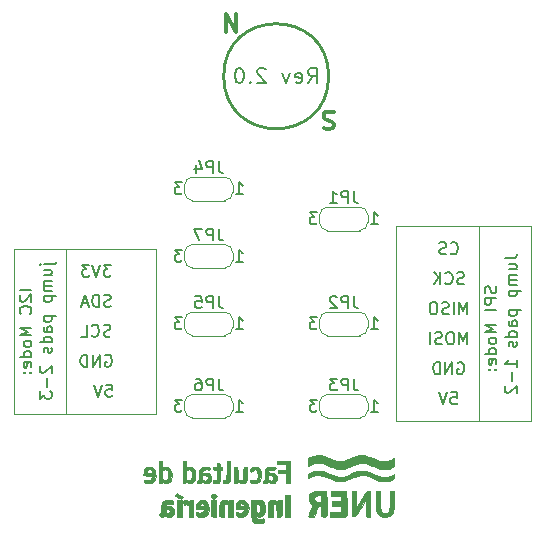
<source format=gbr>
%TF.GenerationSoftware,KiCad,Pcbnew,(5.1.9)-1*%
%TF.CreationDate,2021-04-16T10:30:29-03:00*%
%TF.ProjectId,1335_rev1,31333335-5f72-4657-9631-2e6b69636164,rev?*%
%TF.SameCoordinates,Original*%
%TF.FileFunction,Legend,Bot*%
%TF.FilePolarity,Positive*%
%FSLAX46Y46*%
G04 Gerber Fmt 4.6, Leading zero omitted, Abs format (unit mm)*
G04 Created by KiCad (PCBNEW (5.1.9)-1) date 2021-04-16 10:30:29*
%MOMM*%
%LPD*%
G01*
G04 APERTURE LIST*
%ADD10C,0.200000*%
%ADD11C,0.150000*%
%ADD12C,0.120000*%
%ADD13C,0.250000*%
%ADD14C,0.300000*%
%ADD15C,0.010000*%
G04 APERTURE END LIST*
D10*
X145567857Y-67263095D02*
X146001190Y-66644047D01*
X146310714Y-67263095D02*
X146310714Y-65963095D01*
X145815476Y-65963095D01*
X145691666Y-66025000D01*
X145629761Y-66086904D01*
X145567857Y-66210714D01*
X145567857Y-66396428D01*
X145629761Y-66520238D01*
X145691666Y-66582142D01*
X145815476Y-66644047D01*
X146310714Y-66644047D01*
X144515476Y-67201190D02*
X144639285Y-67263095D01*
X144886904Y-67263095D01*
X145010714Y-67201190D01*
X145072619Y-67077380D01*
X145072619Y-66582142D01*
X145010714Y-66458333D01*
X144886904Y-66396428D01*
X144639285Y-66396428D01*
X144515476Y-66458333D01*
X144453571Y-66582142D01*
X144453571Y-66705952D01*
X145072619Y-66829761D01*
X144020238Y-66396428D02*
X143710714Y-67263095D01*
X143401190Y-66396428D01*
X141977380Y-66086904D02*
X141915476Y-66025000D01*
X141791666Y-65963095D01*
X141482142Y-65963095D01*
X141358333Y-66025000D01*
X141296428Y-66086904D01*
X141234523Y-66210714D01*
X141234523Y-66334523D01*
X141296428Y-66520238D01*
X142039285Y-67263095D01*
X141234523Y-67263095D01*
X140677380Y-67139285D02*
X140615476Y-67201190D01*
X140677380Y-67263095D01*
X140739285Y-67201190D01*
X140677380Y-67139285D01*
X140677380Y-67263095D01*
X139810714Y-65963095D02*
X139686904Y-65963095D01*
X139563095Y-66025000D01*
X139501190Y-66086904D01*
X139439285Y-66210714D01*
X139377380Y-66458333D01*
X139377380Y-66767857D01*
X139439285Y-67015476D01*
X139501190Y-67139285D01*
X139563095Y-67201190D01*
X139686904Y-67263095D01*
X139810714Y-67263095D01*
X139934523Y-67201190D01*
X139996428Y-67139285D01*
X140058333Y-67015476D01*
X140120238Y-66767857D01*
X140120238Y-66458333D01*
X140058333Y-66210714D01*
X139996428Y-66086904D01*
X139934523Y-66025000D01*
X139810714Y-65963095D01*
D11*
X157670476Y-93432380D02*
X158146666Y-93432380D01*
X158194285Y-93908571D01*
X158146666Y-93860952D01*
X158051428Y-93813333D01*
X157813333Y-93813333D01*
X157718095Y-93860952D01*
X157670476Y-93908571D01*
X157622857Y-94003809D01*
X157622857Y-94241904D01*
X157670476Y-94337142D01*
X157718095Y-94384761D01*
X157813333Y-94432380D01*
X158051428Y-94432380D01*
X158146666Y-94384761D01*
X158194285Y-94337142D01*
X157337142Y-93432380D02*
X157003809Y-94432380D01*
X156670476Y-93432380D01*
X158241904Y-90940000D02*
X158337142Y-90892380D01*
X158480000Y-90892380D01*
X158622857Y-90940000D01*
X158718095Y-91035238D01*
X158765714Y-91130476D01*
X158813333Y-91320952D01*
X158813333Y-91463809D01*
X158765714Y-91654285D01*
X158718095Y-91749523D01*
X158622857Y-91844761D01*
X158480000Y-91892380D01*
X158384761Y-91892380D01*
X158241904Y-91844761D01*
X158194285Y-91797142D01*
X158194285Y-91463809D01*
X158384761Y-91463809D01*
X157765714Y-91892380D02*
X157765714Y-90892380D01*
X157194285Y-91892380D01*
X157194285Y-90892380D01*
X156718095Y-91892380D02*
X156718095Y-90892380D01*
X156480000Y-90892380D01*
X156337142Y-90940000D01*
X156241904Y-91035238D01*
X156194285Y-91130476D01*
X156146666Y-91320952D01*
X156146666Y-91463809D01*
X156194285Y-91654285D01*
X156241904Y-91749523D01*
X156337142Y-91844761D01*
X156480000Y-91892380D01*
X156718095Y-91892380D01*
X158765714Y-84224761D02*
X158622857Y-84272380D01*
X158384761Y-84272380D01*
X158289523Y-84224761D01*
X158241904Y-84177142D01*
X158194285Y-84081904D01*
X158194285Y-83986666D01*
X158241904Y-83891428D01*
X158289523Y-83843809D01*
X158384761Y-83796190D01*
X158575238Y-83748571D01*
X158670476Y-83700952D01*
X158718095Y-83653333D01*
X158765714Y-83558095D01*
X158765714Y-83462857D01*
X158718095Y-83367619D01*
X158670476Y-83320000D01*
X158575238Y-83272380D01*
X158337142Y-83272380D01*
X158194285Y-83320000D01*
X157194285Y-84177142D02*
X157241904Y-84224761D01*
X157384761Y-84272380D01*
X157480000Y-84272380D01*
X157622857Y-84224761D01*
X157718095Y-84129523D01*
X157765714Y-84034285D01*
X157813333Y-83843809D01*
X157813333Y-83700952D01*
X157765714Y-83510476D01*
X157718095Y-83415238D01*
X157622857Y-83320000D01*
X157480000Y-83272380D01*
X157384761Y-83272380D01*
X157241904Y-83320000D01*
X157194285Y-83367619D01*
X156765714Y-84272380D02*
X156765714Y-83272380D01*
X156194285Y-84272380D02*
X156622857Y-83700952D01*
X156194285Y-83272380D02*
X156765714Y-83843809D01*
X159051428Y-86812380D02*
X159051428Y-85812380D01*
X158718095Y-86526666D01*
X158384761Y-85812380D01*
X158384761Y-86812380D01*
X157908571Y-86812380D02*
X157908571Y-85812380D01*
X157480000Y-86764761D02*
X157337142Y-86812380D01*
X157099047Y-86812380D01*
X157003809Y-86764761D01*
X156956190Y-86717142D01*
X156908571Y-86621904D01*
X156908571Y-86526666D01*
X156956190Y-86431428D01*
X157003809Y-86383809D01*
X157099047Y-86336190D01*
X157289523Y-86288571D01*
X157384761Y-86240952D01*
X157432380Y-86193333D01*
X157480000Y-86098095D01*
X157480000Y-86002857D01*
X157432380Y-85907619D01*
X157384761Y-85860000D01*
X157289523Y-85812380D01*
X157051428Y-85812380D01*
X156908571Y-85860000D01*
X156289523Y-85812380D02*
X156099047Y-85812380D01*
X156003809Y-85860000D01*
X155908571Y-85955238D01*
X155860952Y-86145714D01*
X155860952Y-86479047D01*
X155908571Y-86669523D01*
X156003809Y-86764761D01*
X156099047Y-86812380D01*
X156289523Y-86812380D01*
X156384761Y-86764761D01*
X156480000Y-86669523D01*
X156527619Y-86479047D01*
X156527619Y-86145714D01*
X156480000Y-85955238D01*
X156384761Y-85860000D01*
X156289523Y-85812380D01*
X157646666Y-81637142D02*
X157694285Y-81684761D01*
X157837142Y-81732380D01*
X157932380Y-81732380D01*
X158075238Y-81684761D01*
X158170476Y-81589523D01*
X158218095Y-81494285D01*
X158265714Y-81303809D01*
X158265714Y-81160952D01*
X158218095Y-80970476D01*
X158170476Y-80875238D01*
X158075238Y-80780000D01*
X157932380Y-80732380D01*
X157837142Y-80732380D01*
X157694285Y-80780000D01*
X157646666Y-80827619D01*
X157265714Y-81684761D02*
X157122857Y-81732380D01*
X156884761Y-81732380D01*
X156789523Y-81684761D01*
X156741904Y-81637142D01*
X156694285Y-81541904D01*
X156694285Y-81446666D01*
X156741904Y-81351428D01*
X156789523Y-81303809D01*
X156884761Y-81256190D01*
X157075238Y-81208571D01*
X157170476Y-81160952D01*
X157218095Y-81113333D01*
X157265714Y-81018095D01*
X157265714Y-80922857D01*
X157218095Y-80827619D01*
X157170476Y-80780000D01*
X157075238Y-80732380D01*
X156837142Y-80732380D01*
X156694285Y-80780000D01*
X159051428Y-89352380D02*
X159051428Y-88352380D01*
X158718095Y-89066666D01*
X158384761Y-88352380D01*
X158384761Y-89352380D01*
X157718095Y-88352380D02*
X157527619Y-88352380D01*
X157432380Y-88400000D01*
X157337142Y-88495238D01*
X157289523Y-88685714D01*
X157289523Y-89019047D01*
X157337142Y-89209523D01*
X157432380Y-89304761D01*
X157527619Y-89352380D01*
X157718095Y-89352380D01*
X157813333Y-89304761D01*
X157908571Y-89209523D01*
X157956190Y-89019047D01*
X157956190Y-88685714D01*
X157908571Y-88495238D01*
X157813333Y-88400000D01*
X157718095Y-88352380D01*
X156908571Y-89304761D02*
X156765714Y-89352380D01*
X156527619Y-89352380D01*
X156432380Y-89304761D01*
X156384761Y-89257142D01*
X156337142Y-89161904D01*
X156337142Y-89066666D01*
X156384761Y-88971428D01*
X156432380Y-88923809D01*
X156527619Y-88876190D01*
X156718095Y-88828571D01*
X156813333Y-88780952D01*
X156860952Y-88733333D01*
X156908571Y-88638095D01*
X156908571Y-88542857D01*
X156860952Y-88447619D01*
X156813333Y-88400000D01*
X156718095Y-88352380D01*
X156480000Y-88352380D01*
X156337142Y-88400000D01*
X155908571Y-89352380D02*
X155908571Y-88352380D01*
D12*
X160020000Y-79375000D02*
X160020000Y-95885000D01*
X125095000Y-81280000D02*
X125095000Y-95250000D01*
D11*
X128460476Y-92797380D02*
X128936666Y-92797380D01*
X128984285Y-93273571D01*
X128936666Y-93225952D01*
X128841428Y-93178333D01*
X128603333Y-93178333D01*
X128508095Y-93225952D01*
X128460476Y-93273571D01*
X128412857Y-93368809D01*
X128412857Y-93606904D01*
X128460476Y-93702142D01*
X128508095Y-93749761D01*
X128603333Y-93797380D01*
X128841428Y-93797380D01*
X128936666Y-93749761D01*
X128984285Y-93702142D01*
X128127142Y-92797380D02*
X127793809Y-93797380D01*
X127460476Y-92797380D01*
X128849285Y-86129761D02*
X128706428Y-86177380D01*
X128468333Y-86177380D01*
X128373095Y-86129761D01*
X128325476Y-86082142D01*
X128277857Y-85986904D01*
X128277857Y-85891666D01*
X128325476Y-85796428D01*
X128373095Y-85748809D01*
X128468333Y-85701190D01*
X128658809Y-85653571D01*
X128754047Y-85605952D01*
X128801666Y-85558333D01*
X128849285Y-85463095D01*
X128849285Y-85367857D01*
X128801666Y-85272619D01*
X128754047Y-85225000D01*
X128658809Y-85177380D01*
X128420714Y-85177380D01*
X128277857Y-85225000D01*
X127849285Y-86177380D02*
X127849285Y-85177380D01*
X127611190Y-85177380D01*
X127468333Y-85225000D01*
X127373095Y-85320238D01*
X127325476Y-85415476D01*
X127277857Y-85605952D01*
X127277857Y-85748809D01*
X127325476Y-85939285D01*
X127373095Y-86034523D01*
X127468333Y-86129761D01*
X127611190Y-86177380D01*
X127849285Y-86177380D01*
X126896904Y-85891666D02*
X126420714Y-85891666D01*
X126992142Y-86177380D02*
X126658809Y-85177380D01*
X126325476Y-86177380D01*
X128825476Y-88669761D02*
X128682619Y-88717380D01*
X128444523Y-88717380D01*
X128349285Y-88669761D01*
X128301666Y-88622142D01*
X128254047Y-88526904D01*
X128254047Y-88431666D01*
X128301666Y-88336428D01*
X128349285Y-88288809D01*
X128444523Y-88241190D01*
X128635000Y-88193571D01*
X128730238Y-88145952D01*
X128777857Y-88098333D01*
X128825476Y-88003095D01*
X128825476Y-87907857D01*
X128777857Y-87812619D01*
X128730238Y-87765000D01*
X128635000Y-87717380D01*
X128396904Y-87717380D01*
X128254047Y-87765000D01*
X127254047Y-88622142D02*
X127301666Y-88669761D01*
X127444523Y-88717380D01*
X127539761Y-88717380D01*
X127682619Y-88669761D01*
X127777857Y-88574523D01*
X127825476Y-88479285D01*
X127873095Y-88288809D01*
X127873095Y-88145952D01*
X127825476Y-87955476D01*
X127777857Y-87860238D01*
X127682619Y-87765000D01*
X127539761Y-87717380D01*
X127444523Y-87717380D01*
X127301666Y-87765000D01*
X127254047Y-87812619D01*
X126349285Y-88717380D02*
X126825476Y-88717380D01*
X126825476Y-87717380D01*
X128396904Y-90305000D02*
X128492142Y-90257380D01*
X128635000Y-90257380D01*
X128777857Y-90305000D01*
X128873095Y-90400238D01*
X128920714Y-90495476D01*
X128968333Y-90685952D01*
X128968333Y-90828809D01*
X128920714Y-91019285D01*
X128873095Y-91114523D01*
X128777857Y-91209761D01*
X128635000Y-91257380D01*
X128539761Y-91257380D01*
X128396904Y-91209761D01*
X128349285Y-91162142D01*
X128349285Y-90828809D01*
X128539761Y-90828809D01*
X127920714Y-91257380D02*
X127920714Y-90257380D01*
X127349285Y-91257380D01*
X127349285Y-90257380D01*
X126873095Y-91257380D02*
X126873095Y-90257380D01*
X126635000Y-90257380D01*
X126492142Y-90305000D01*
X126396904Y-90400238D01*
X126349285Y-90495476D01*
X126301666Y-90685952D01*
X126301666Y-90828809D01*
X126349285Y-91019285D01*
X126396904Y-91114523D01*
X126492142Y-91209761D01*
X126635000Y-91257380D01*
X126873095Y-91257380D01*
X128873095Y-82637380D02*
X128254047Y-82637380D01*
X128587380Y-83018333D01*
X128444523Y-83018333D01*
X128349285Y-83065952D01*
X128301666Y-83113571D01*
X128254047Y-83208809D01*
X128254047Y-83446904D01*
X128301666Y-83542142D01*
X128349285Y-83589761D01*
X128444523Y-83637380D01*
X128730238Y-83637380D01*
X128825476Y-83589761D01*
X128873095Y-83542142D01*
X127968333Y-82637380D02*
X127635000Y-83637380D01*
X127301666Y-82637380D01*
X127063571Y-82637380D02*
X126444523Y-82637380D01*
X126777857Y-83018333D01*
X126635000Y-83018333D01*
X126539761Y-83065952D01*
X126492142Y-83113571D01*
X126444523Y-83208809D01*
X126444523Y-83446904D01*
X126492142Y-83542142D01*
X126539761Y-83589761D01*
X126635000Y-83637380D01*
X126920714Y-83637380D01*
X127015952Y-83589761D01*
X127063571Y-83542142D01*
D12*
X164465000Y-79375000D02*
X153035000Y-79375000D01*
X164465000Y-95885000D02*
X164465000Y-79375000D01*
X153035000Y-95885000D02*
X164465000Y-95885000D01*
X153035000Y-79375000D02*
X153035000Y-95885000D01*
X120650000Y-95250000D02*
X120650000Y-81280000D01*
X132715000Y-95250000D02*
X120650000Y-95250000D01*
X132715000Y-81280000D02*
X132715000Y-95250000D01*
X120650000Y-81280000D02*
X132715000Y-81280000D01*
D10*
X161479761Y-84463333D02*
X161527380Y-84606190D01*
X161527380Y-84844285D01*
X161479761Y-84939523D01*
X161432142Y-84987142D01*
X161336904Y-85034761D01*
X161241666Y-85034761D01*
X161146428Y-84987142D01*
X161098809Y-84939523D01*
X161051190Y-84844285D01*
X161003571Y-84653809D01*
X160955952Y-84558571D01*
X160908333Y-84510952D01*
X160813095Y-84463333D01*
X160717857Y-84463333D01*
X160622619Y-84510952D01*
X160575000Y-84558571D01*
X160527380Y-84653809D01*
X160527380Y-84891904D01*
X160575000Y-85034761D01*
X161527380Y-85463333D02*
X160527380Y-85463333D01*
X160527380Y-85844285D01*
X160575000Y-85939523D01*
X160622619Y-85987142D01*
X160717857Y-86034761D01*
X160860714Y-86034761D01*
X160955952Y-85987142D01*
X161003571Y-85939523D01*
X161051190Y-85844285D01*
X161051190Y-85463333D01*
X161527380Y-86463333D02*
X160527380Y-86463333D01*
X161527380Y-87701428D02*
X160527380Y-87701428D01*
X161241666Y-88034761D01*
X160527380Y-88368095D01*
X161527380Y-88368095D01*
X161527380Y-88987142D02*
X161479761Y-88891904D01*
X161432142Y-88844285D01*
X161336904Y-88796666D01*
X161051190Y-88796666D01*
X160955952Y-88844285D01*
X160908333Y-88891904D01*
X160860714Y-88987142D01*
X160860714Y-89130000D01*
X160908333Y-89225238D01*
X160955952Y-89272857D01*
X161051190Y-89320476D01*
X161336904Y-89320476D01*
X161432142Y-89272857D01*
X161479761Y-89225238D01*
X161527380Y-89130000D01*
X161527380Y-88987142D01*
X161527380Y-90177619D02*
X160527380Y-90177619D01*
X161479761Y-90177619D02*
X161527380Y-90082380D01*
X161527380Y-89891904D01*
X161479761Y-89796666D01*
X161432142Y-89749047D01*
X161336904Y-89701428D01*
X161051190Y-89701428D01*
X160955952Y-89749047D01*
X160908333Y-89796666D01*
X160860714Y-89891904D01*
X160860714Y-90082380D01*
X160908333Y-90177619D01*
X161479761Y-91034761D02*
X161527380Y-90939523D01*
X161527380Y-90749047D01*
X161479761Y-90653809D01*
X161384523Y-90606190D01*
X161003571Y-90606190D01*
X160908333Y-90653809D01*
X160860714Y-90749047D01*
X160860714Y-90939523D01*
X160908333Y-91034761D01*
X161003571Y-91082380D01*
X161098809Y-91082380D01*
X161194047Y-90606190D01*
X161432142Y-91510952D02*
X161479761Y-91558571D01*
X161527380Y-91510952D01*
X161479761Y-91463333D01*
X161432142Y-91510952D01*
X161527380Y-91510952D01*
X160908333Y-91510952D02*
X160955952Y-91558571D01*
X161003571Y-91510952D01*
X160955952Y-91463333D01*
X160908333Y-91510952D01*
X161003571Y-91510952D01*
X162227380Y-82106190D02*
X162941666Y-82106190D01*
X163084523Y-82058571D01*
X163179761Y-81963333D01*
X163227380Y-81820476D01*
X163227380Y-81725238D01*
X162560714Y-83010952D02*
X163227380Y-83010952D01*
X162560714Y-82582380D02*
X163084523Y-82582380D01*
X163179761Y-82630000D01*
X163227380Y-82725238D01*
X163227380Y-82868095D01*
X163179761Y-82963333D01*
X163132142Y-83010952D01*
X163227380Y-83487142D02*
X162560714Y-83487142D01*
X162655952Y-83487142D02*
X162608333Y-83534761D01*
X162560714Y-83630000D01*
X162560714Y-83772857D01*
X162608333Y-83868095D01*
X162703571Y-83915714D01*
X163227380Y-83915714D01*
X162703571Y-83915714D02*
X162608333Y-83963333D01*
X162560714Y-84058571D01*
X162560714Y-84201428D01*
X162608333Y-84296666D01*
X162703571Y-84344285D01*
X163227380Y-84344285D01*
X162560714Y-84820476D02*
X163560714Y-84820476D01*
X162608333Y-84820476D02*
X162560714Y-84915714D01*
X162560714Y-85106190D01*
X162608333Y-85201428D01*
X162655952Y-85249047D01*
X162751190Y-85296666D01*
X163036904Y-85296666D01*
X163132142Y-85249047D01*
X163179761Y-85201428D01*
X163227380Y-85106190D01*
X163227380Y-84915714D01*
X163179761Y-84820476D01*
X162560714Y-86487142D02*
X163560714Y-86487142D01*
X162608333Y-86487142D02*
X162560714Y-86582380D01*
X162560714Y-86772857D01*
X162608333Y-86868095D01*
X162655952Y-86915714D01*
X162751190Y-86963333D01*
X163036904Y-86963333D01*
X163132142Y-86915714D01*
X163179761Y-86868095D01*
X163227380Y-86772857D01*
X163227380Y-86582380D01*
X163179761Y-86487142D01*
X163227380Y-87820476D02*
X162703571Y-87820476D01*
X162608333Y-87772857D01*
X162560714Y-87677619D01*
X162560714Y-87487142D01*
X162608333Y-87391904D01*
X163179761Y-87820476D02*
X163227380Y-87725238D01*
X163227380Y-87487142D01*
X163179761Y-87391904D01*
X163084523Y-87344285D01*
X162989285Y-87344285D01*
X162894047Y-87391904D01*
X162846428Y-87487142D01*
X162846428Y-87725238D01*
X162798809Y-87820476D01*
X163227380Y-88725238D02*
X162227380Y-88725238D01*
X163179761Y-88725238D02*
X163227380Y-88630000D01*
X163227380Y-88439523D01*
X163179761Y-88344285D01*
X163132142Y-88296666D01*
X163036904Y-88249047D01*
X162751190Y-88249047D01*
X162655952Y-88296666D01*
X162608333Y-88344285D01*
X162560714Y-88439523D01*
X162560714Y-88630000D01*
X162608333Y-88725238D01*
X163179761Y-89153809D02*
X163227380Y-89249047D01*
X163227380Y-89439523D01*
X163179761Y-89534761D01*
X163084523Y-89582380D01*
X163036904Y-89582380D01*
X162941666Y-89534761D01*
X162894047Y-89439523D01*
X162894047Y-89296666D01*
X162846428Y-89201428D01*
X162751190Y-89153809D01*
X162703571Y-89153809D01*
X162608333Y-89201428D01*
X162560714Y-89296666D01*
X162560714Y-89439523D01*
X162608333Y-89534761D01*
X163227380Y-91296666D02*
X163227380Y-90725238D01*
X163227380Y-91010952D02*
X162227380Y-91010952D01*
X162370238Y-90915714D01*
X162465476Y-90820476D01*
X162513095Y-90725238D01*
X162846428Y-91725238D02*
X162846428Y-92487142D01*
X162322619Y-92915714D02*
X162275000Y-92963333D01*
X162227380Y-93058571D01*
X162227380Y-93296666D01*
X162275000Y-93391904D01*
X162322619Y-93439523D01*
X162417857Y-93487142D01*
X162513095Y-93487142D01*
X162655952Y-93439523D01*
X163227380Y-92868095D01*
X163227380Y-93487142D01*
X122157380Y-84765000D02*
X121157380Y-84765000D01*
X121252619Y-85193571D02*
X121205000Y-85241190D01*
X121157380Y-85336428D01*
X121157380Y-85574523D01*
X121205000Y-85669761D01*
X121252619Y-85717380D01*
X121347857Y-85765000D01*
X121443095Y-85765000D01*
X121585952Y-85717380D01*
X122157380Y-85145952D01*
X122157380Y-85765000D01*
X122062142Y-86765000D02*
X122109761Y-86717380D01*
X122157380Y-86574523D01*
X122157380Y-86479285D01*
X122109761Y-86336428D01*
X122014523Y-86241190D01*
X121919285Y-86193571D01*
X121728809Y-86145952D01*
X121585952Y-86145952D01*
X121395476Y-86193571D01*
X121300238Y-86241190D01*
X121205000Y-86336428D01*
X121157380Y-86479285D01*
X121157380Y-86574523D01*
X121205000Y-86717380D01*
X121252619Y-86765000D01*
X122157380Y-87955476D02*
X121157380Y-87955476D01*
X121871666Y-88288809D01*
X121157380Y-88622142D01*
X122157380Y-88622142D01*
X122157380Y-89241190D02*
X122109761Y-89145952D01*
X122062142Y-89098333D01*
X121966904Y-89050714D01*
X121681190Y-89050714D01*
X121585952Y-89098333D01*
X121538333Y-89145952D01*
X121490714Y-89241190D01*
X121490714Y-89384047D01*
X121538333Y-89479285D01*
X121585952Y-89526904D01*
X121681190Y-89574523D01*
X121966904Y-89574523D01*
X122062142Y-89526904D01*
X122109761Y-89479285D01*
X122157380Y-89384047D01*
X122157380Y-89241190D01*
X122157380Y-90431666D02*
X121157380Y-90431666D01*
X122109761Y-90431666D02*
X122157380Y-90336428D01*
X122157380Y-90145952D01*
X122109761Y-90050714D01*
X122062142Y-90003095D01*
X121966904Y-89955476D01*
X121681190Y-89955476D01*
X121585952Y-90003095D01*
X121538333Y-90050714D01*
X121490714Y-90145952D01*
X121490714Y-90336428D01*
X121538333Y-90431666D01*
X122109761Y-91288809D02*
X122157380Y-91193571D01*
X122157380Y-91003095D01*
X122109761Y-90907857D01*
X122014523Y-90860238D01*
X121633571Y-90860238D01*
X121538333Y-90907857D01*
X121490714Y-91003095D01*
X121490714Y-91193571D01*
X121538333Y-91288809D01*
X121633571Y-91336428D01*
X121728809Y-91336428D01*
X121824047Y-90860238D01*
X122062142Y-91765000D02*
X122109761Y-91812619D01*
X122157380Y-91765000D01*
X122109761Y-91717380D01*
X122062142Y-91765000D01*
X122157380Y-91765000D01*
X121538333Y-91765000D02*
X121585952Y-91812619D01*
X121633571Y-91765000D01*
X121585952Y-91717380D01*
X121538333Y-91765000D01*
X121633571Y-91765000D01*
X123190714Y-82598333D02*
X124047857Y-82598333D01*
X124143095Y-82550714D01*
X124190714Y-82455476D01*
X124190714Y-82407857D01*
X122857380Y-82598333D02*
X122905000Y-82550714D01*
X122952619Y-82598333D01*
X122905000Y-82645952D01*
X122857380Y-82598333D01*
X122952619Y-82598333D01*
X123190714Y-83503095D02*
X123857380Y-83503095D01*
X123190714Y-83074523D02*
X123714523Y-83074523D01*
X123809761Y-83122142D01*
X123857380Y-83217380D01*
X123857380Y-83360238D01*
X123809761Y-83455476D01*
X123762142Y-83503095D01*
X123857380Y-83979285D02*
X123190714Y-83979285D01*
X123285952Y-83979285D02*
X123238333Y-84026904D01*
X123190714Y-84122142D01*
X123190714Y-84265000D01*
X123238333Y-84360238D01*
X123333571Y-84407857D01*
X123857380Y-84407857D01*
X123333571Y-84407857D02*
X123238333Y-84455476D01*
X123190714Y-84550714D01*
X123190714Y-84693571D01*
X123238333Y-84788809D01*
X123333571Y-84836428D01*
X123857380Y-84836428D01*
X123190714Y-85312619D02*
X124190714Y-85312619D01*
X123238333Y-85312619D02*
X123190714Y-85407857D01*
X123190714Y-85598333D01*
X123238333Y-85693571D01*
X123285952Y-85741190D01*
X123381190Y-85788809D01*
X123666904Y-85788809D01*
X123762142Y-85741190D01*
X123809761Y-85693571D01*
X123857380Y-85598333D01*
X123857380Y-85407857D01*
X123809761Y-85312619D01*
X123190714Y-86979285D02*
X124190714Y-86979285D01*
X123238333Y-86979285D02*
X123190714Y-87074523D01*
X123190714Y-87265000D01*
X123238333Y-87360238D01*
X123285952Y-87407857D01*
X123381190Y-87455476D01*
X123666904Y-87455476D01*
X123762142Y-87407857D01*
X123809761Y-87360238D01*
X123857380Y-87265000D01*
X123857380Y-87074523D01*
X123809761Y-86979285D01*
X123857380Y-88312619D02*
X123333571Y-88312619D01*
X123238333Y-88265000D01*
X123190714Y-88169761D01*
X123190714Y-87979285D01*
X123238333Y-87884047D01*
X123809761Y-88312619D02*
X123857380Y-88217380D01*
X123857380Y-87979285D01*
X123809761Y-87884047D01*
X123714523Y-87836428D01*
X123619285Y-87836428D01*
X123524047Y-87884047D01*
X123476428Y-87979285D01*
X123476428Y-88217380D01*
X123428809Y-88312619D01*
X123857380Y-89217380D02*
X122857380Y-89217380D01*
X123809761Y-89217380D02*
X123857380Y-89122142D01*
X123857380Y-88931666D01*
X123809761Y-88836428D01*
X123762142Y-88788809D01*
X123666904Y-88741190D01*
X123381190Y-88741190D01*
X123285952Y-88788809D01*
X123238333Y-88836428D01*
X123190714Y-88931666D01*
X123190714Y-89122142D01*
X123238333Y-89217380D01*
X123809761Y-89645952D02*
X123857380Y-89741190D01*
X123857380Y-89931666D01*
X123809761Y-90026904D01*
X123714523Y-90074523D01*
X123666904Y-90074523D01*
X123571666Y-90026904D01*
X123524047Y-89931666D01*
X123524047Y-89788809D01*
X123476428Y-89693571D01*
X123381190Y-89645952D01*
X123333571Y-89645952D01*
X123238333Y-89693571D01*
X123190714Y-89788809D01*
X123190714Y-89931666D01*
X123238333Y-90026904D01*
X122952619Y-91217380D02*
X122905000Y-91265000D01*
X122857380Y-91360238D01*
X122857380Y-91598333D01*
X122905000Y-91693571D01*
X122952619Y-91741190D01*
X123047857Y-91788809D01*
X123143095Y-91788809D01*
X123285952Y-91741190D01*
X123857380Y-91169761D01*
X123857380Y-91788809D01*
X123476428Y-92217380D02*
X123476428Y-92979285D01*
X122857380Y-93360238D02*
X122857380Y-93979285D01*
X123238333Y-93645952D01*
X123238333Y-93788809D01*
X123285952Y-93884047D01*
X123333571Y-93931666D01*
X123428809Y-93979285D01*
X123666904Y-93979285D01*
X123762142Y-93931666D01*
X123809761Y-93884047D01*
X123857380Y-93788809D01*
X123857380Y-93503095D01*
X123809761Y-93407857D01*
X123762142Y-93360238D01*
D13*
X147320000Y-66675000D02*
G75*
G03*
X147320000Y-66675000I-4445000J0D01*
G01*
D14*
X146891428Y-71092142D02*
X147105714Y-71163571D01*
X147462857Y-71163571D01*
X147605714Y-71092142D01*
X147677142Y-71020714D01*
X147748571Y-70877857D01*
X147748571Y-70735000D01*
X147677142Y-70592142D01*
X147605714Y-70520714D01*
X147462857Y-70449285D01*
X147177142Y-70377857D01*
X147034285Y-70306428D01*
X146962857Y-70235000D01*
X146891428Y-70092142D01*
X146891428Y-69949285D01*
X146962857Y-69806428D01*
X147034285Y-69735000D01*
X147177142Y-69663571D01*
X147534285Y-69663571D01*
X147748571Y-69735000D01*
X138636428Y-62908571D02*
X138636428Y-61408571D01*
X139493571Y-62908571D01*
X139493571Y-61408571D01*
D12*
%TO.C,JP7*%
X138560000Y-80915000D02*
X135760000Y-80915000D01*
X135110000Y-81615000D02*
X135110000Y-82215000D01*
X135760000Y-82915000D02*
X138560000Y-82915000D01*
X139210000Y-82215000D02*
X139210000Y-81615000D01*
X139210000Y-81615000D02*
G75*
G03*
X138510000Y-80915000I-700000J0D01*
G01*
X138510000Y-82915000D02*
G75*
G03*
X139210000Y-82215000I0J700000D01*
G01*
X135110000Y-82215000D02*
G75*
G03*
X135810000Y-82915000I700000J0D01*
G01*
X135810000Y-80915000D02*
G75*
G03*
X135110000Y-81615000I0J-700000D01*
G01*
%TO.C,JP6*%
X138560000Y-93615000D02*
X135760000Y-93615000D01*
X135110000Y-94315000D02*
X135110000Y-94915000D01*
X135760000Y-95615000D02*
X138560000Y-95615000D01*
X139210000Y-94915000D02*
X139210000Y-94315000D01*
X139210000Y-94315000D02*
G75*
G03*
X138510000Y-93615000I-700000J0D01*
G01*
X138510000Y-95615000D02*
G75*
G03*
X139210000Y-94915000I0J700000D01*
G01*
X135110000Y-94915000D02*
G75*
G03*
X135810000Y-95615000I700000J0D01*
G01*
X135810000Y-93615000D02*
G75*
G03*
X135110000Y-94315000I0J-700000D01*
G01*
%TO.C,JP5*%
X138560000Y-86630000D02*
X135760000Y-86630000D01*
X135110000Y-87330000D02*
X135110000Y-87930000D01*
X135760000Y-88630000D02*
X138560000Y-88630000D01*
X139210000Y-87930000D02*
X139210000Y-87330000D01*
X139210000Y-87330000D02*
G75*
G03*
X138510000Y-86630000I-700000J0D01*
G01*
X138510000Y-88630000D02*
G75*
G03*
X139210000Y-87930000I0J700000D01*
G01*
X135110000Y-87930000D02*
G75*
G03*
X135810000Y-88630000I700000J0D01*
G01*
X135810000Y-86630000D02*
G75*
G03*
X135110000Y-87330000I0J-700000D01*
G01*
%TO.C,JP4*%
X138560000Y-75200000D02*
X135760000Y-75200000D01*
X135110000Y-75900000D02*
X135110000Y-76500000D01*
X135760000Y-77200000D02*
X138560000Y-77200000D01*
X139210000Y-76500000D02*
X139210000Y-75900000D01*
X139210000Y-75900000D02*
G75*
G03*
X138510000Y-75200000I-700000J0D01*
G01*
X138510000Y-77200000D02*
G75*
G03*
X139210000Y-76500000I0J700000D01*
G01*
X135110000Y-76500000D02*
G75*
G03*
X135810000Y-77200000I700000J0D01*
G01*
X135810000Y-75200000D02*
G75*
G03*
X135110000Y-75900000I0J-700000D01*
G01*
%TO.C,JP3*%
X149990000Y-93615000D02*
X147190000Y-93615000D01*
X146540000Y-94315000D02*
X146540000Y-94915000D01*
X147190000Y-95615000D02*
X149990000Y-95615000D01*
X150640000Y-94915000D02*
X150640000Y-94315000D01*
X150640000Y-94315000D02*
G75*
G03*
X149940000Y-93615000I-700000J0D01*
G01*
X149940000Y-95615000D02*
G75*
G03*
X150640000Y-94915000I0J700000D01*
G01*
X146540000Y-94915000D02*
G75*
G03*
X147240000Y-95615000I700000J0D01*
G01*
X147240000Y-93615000D02*
G75*
G03*
X146540000Y-94315000I0J-700000D01*
G01*
%TO.C,JP2*%
X149990000Y-86630000D02*
X147190000Y-86630000D01*
X146540000Y-87330000D02*
X146540000Y-87930000D01*
X147190000Y-88630000D02*
X149990000Y-88630000D01*
X150640000Y-87930000D02*
X150640000Y-87330000D01*
X150640000Y-87330000D02*
G75*
G03*
X149940000Y-86630000I-700000J0D01*
G01*
X149940000Y-88630000D02*
G75*
G03*
X150640000Y-87930000I0J700000D01*
G01*
X146540000Y-87930000D02*
G75*
G03*
X147240000Y-88630000I700000J0D01*
G01*
X147240000Y-86630000D02*
G75*
G03*
X146540000Y-87330000I0J-700000D01*
G01*
%TO.C,JP1*%
X149990000Y-77740000D02*
X147190000Y-77740000D01*
X146540000Y-78440000D02*
X146540000Y-79040000D01*
X147190000Y-79740000D02*
X149990000Y-79740000D01*
X150640000Y-79040000D02*
X150640000Y-78440000D01*
X150640000Y-78440000D02*
G75*
G03*
X149940000Y-77740000I-700000J0D01*
G01*
X149940000Y-79740000D02*
G75*
G03*
X150640000Y-79040000I0J700000D01*
G01*
X146540000Y-79040000D02*
G75*
G03*
X147240000Y-79740000I700000J0D01*
G01*
X147240000Y-77740000D02*
G75*
G03*
X146540000Y-78440000I0J-700000D01*
G01*
D15*
%TO.C,G\u002A\u002A\u002A*%
G36*
X141353942Y-102569808D02*
G01*
X141189783Y-102570254D01*
X141044083Y-102570483D01*
X140758333Y-102570760D01*
X140758333Y-103338399D01*
X140760931Y-103661318D01*
X140770459Y-103911018D01*
X140789523Y-104098832D01*
X140820727Y-104236098D01*
X140866678Y-104334151D01*
X140929980Y-104404327D01*
X141013239Y-104457961D01*
X141015940Y-104459364D01*
X141148933Y-104498524D01*
X141329676Y-104514487D01*
X141524357Y-104506778D01*
X141699163Y-104474923D01*
X141717924Y-104469222D01*
X141805667Y-104433103D01*
X141836914Y-104381648D01*
X141829867Y-104282427D01*
X141828349Y-104272461D01*
X141809633Y-104167959D01*
X141793831Y-104107280D01*
X141791669Y-104103355D01*
X141747429Y-104105309D01*
X141656482Y-104130562D01*
X141643177Y-104135105D01*
X141444208Y-104180056D01*
X141294382Y-104159998D01*
X141205234Y-104088247D01*
X141149470Y-103985697D01*
X141143070Y-103918192D01*
X141185362Y-103900426D01*
X141213417Y-103909488D01*
X141417933Y-103962903D01*
X141599020Y-103939551D01*
X141749309Y-103845799D01*
X141861435Y-103688008D01*
X141928031Y-103472543D01*
X141943667Y-103278696D01*
X141943562Y-103277705D01*
X141520333Y-103277705D01*
X141504422Y-103465037D01*
X141454609Y-103578794D01*
X141367771Y-103624277D01*
X141316403Y-103623953D01*
X141260497Y-103613669D01*
X141225450Y-103586888D01*
X141204696Y-103525972D01*
X141191669Y-103413280D01*
X141181667Y-103261953D01*
X141173475Y-103078318D01*
X141180649Y-102963122D01*
X141210204Y-102900549D01*
X141269154Y-102874786D01*
X141355510Y-102870000D01*
X141435919Y-102909520D01*
X141491311Y-103022428D01*
X141518257Y-103200241D01*
X141520333Y-103277705D01*
X141943562Y-103277705D01*
X141917691Y-103033659D01*
X141844762Y-102829321D01*
X141732384Y-102676976D01*
X141588056Y-102587918D01*
X141472441Y-102569276D01*
X141353942Y-102569808D01*
G37*
X141353942Y-102569808D02*
X141189783Y-102570254D01*
X141044083Y-102570483D01*
X140758333Y-102570760D01*
X140758333Y-103338399D01*
X140760931Y-103661318D01*
X140770459Y-103911018D01*
X140789523Y-104098832D01*
X140820727Y-104236098D01*
X140866678Y-104334151D01*
X140929980Y-104404327D01*
X141013239Y-104457961D01*
X141015940Y-104459364D01*
X141148933Y-104498524D01*
X141329676Y-104514487D01*
X141524357Y-104506778D01*
X141699163Y-104474923D01*
X141717924Y-104469222D01*
X141805667Y-104433103D01*
X141836914Y-104381648D01*
X141829867Y-104282427D01*
X141828349Y-104272461D01*
X141809633Y-104167959D01*
X141793831Y-104107280D01*
X141791669Y-104103355D01*
X141747429Y-104105309D01*
X141656482Y-104130562D01*
X141643177Y-104135105D01*
X141444208Y-104180056D01*
X141294382Y-104159998D01*
X141205234Y-104088247D01*
X141149470Y-103985697D01*
X141143070Y-103918192D01*
X141185362Y-103900426D01*
X141213417Y-103909488D01*
X141417933Y-103962903D01*
X141599020Y-103939551D01*
X141749309Y-103845799D01*
X141861435Y-103688008D01*
X141928031Y-103472543D01*
X141943667Y-103278696D01*
X141943562Y-103277705D01*
X141520333Y-103277705D01*
X141504422Y-103465037D01*
X141454609Y-103578794D01*
X141367771Y-103624277D01*
X141316403Y-103623953D01*
X141260497Y-103613669D01*
X141225450Y-103586888D01*
X141204696Y-103525972D01*
X141191669Y-103413280D01*
X141181667Y-103261953D01*
X141173475Y-103078318D01*
X141180649Y-102963122D01*
X141210204Y-102900549D01*
X141269154Y-102874786D01*
X141355510Y-102870000D01*
X141435919Y-102909520D01*
X141491311Y-103022428D01*
X141518257Y-103200241D01*
X141520333Y-103277705D01*
X141943562Y-103277705D01*
X141917691Y-103033659D01*
X141844762Y-102829321D01*
X141732384Y-102676976D01*
X141588056Y-102587918D01*
X141472441Y-102569276D01*
X141353942Y-102569808D01*
G36*
X151341733Y-102624027D02*
G01*
X151343433Y-102953114D01*
X151350187Y-103209441D01*
X151364558Y-103404879D01*
X151389112Y-103551297D01*
X151426414Y-103660567D01*
X151479026Y-103744558D01*
X151549515Y-103815141D01*
X151609108Y-103861639D01*
X151747498Y-103924325D01*
X151935972Y-103960452D01*
X152143928Y-103969114D01*
X152340761Y-103949405D01*
X152495868Y-103900417D01*
X152516804Y-103888539D01*
X152612183Y-103823917D01*
X152685467Y-103756776D01*
X152739549Y-103675376D01*
X152777322Y-103567977D01*
X152801678Y-103422840D01*
X152815511Y-103228225D01*
X152821712Y-102972393D01*
X152823175Y-102645194D01*
X152823333Y-101764222D01*
X152505833Y-101790500D01*
X152484667Y-102651583D01*
X152477201Y-102942343D01*
X152470062Y-103160339D01*
X152461723Y-103317450D01*
X152450655Y-103425559D01*
X152435332Y-103496547D01*
X152414226Y-103542294D01*
X152385809Y-103574683D01*
X152363560Y-103593500D01*
X152224152Y-103658043D01*
X152082500Y-103674333D01*
X151904988Y-103647730D01*
X151801440Y-103593500D01*
X151767655Y-103563427D01*
X151742140Y-103527451D01*
X151723366Y-103473690D01*
X151709807Y-103390265D01*
X151699934Y-103265292D01*
X151692221Y-103086891D01*
X151685139Y-102843181D01*
X151680333Y-102651583D01*
X151659167Y-101790500D01*
X151341667Y-101764222D01*
X151341733Y-102624027D01*
G37*
X151341733Y-102624027D02*
X151343433Y-102953114D01*
X151350187Y-103209441D01*
X151364558Y-103404879D01*
X151389112Y-103551297D01*
X151426414Y-103660567D01*
X151479026Y-103744558D01*
X151549515Y-103815141D01*
X151609108Y-103861639D01*
X151747498Y-103924325D01*
X151935972Y-103960452D01*
X152143928Y-103969114D01*
X152340761Y-103949405D01*
X152495868Y-103900417D01*
X152516804Y-103888539D01*
X152612183Y-103823917D01*
X152685467Y-103756776D01*
X152739549Y-103675376D01*
X152777322Y-103567977D01*
X152801678Y-103422840D01*
X152815511Y-103228225D01*
X152821712Y-102972393D01*
X152823175Y-102645194D01*
X152823333Y-101764222D01*
X152505833Y-101790500D01*
X152484667Y-102651583D01*
X152477201Y-102942343D01*
X152470062Y-103160339D01*
X152461723Y-103317450D01*
X152450655Y-103425559D01*
X152435332Y-103496547D01*
X152414226Y-103542294D01*
X152385809Y-103574683D01*
X152363560Y-103593500D01*
X152224152Y-103658043D01*
X152082500Y-103674333D01*
X151904988Y-103647730D01*
X151801440Y-103593500D01*
X151767655Y-103563427D01*
X151742140Y-103527451D01*
X151723366Y-103473690D01*
X151709807Y-103390265D01*
X151699934Y-103265292D01*
X151692221Y-103086891D01*
X151685139Y-102843181D01*
X151680333Y-102651583D01*
X151659167Y-101790500D01*
X151341667Y-101764222D01*
X151341733Y-102624027D01*
G36*
X150675856Y-101777361D02*
G01*
X150622296Y-101783492D01*
X150576292Y-101798202D01*
X150530565Y-101830895D01*
X150477832Y-101890972D01*
X150410815Y-101987837D01*
X150322231Y-102130893D01*
X150204801Y-102329542D01*
X150072606Y-102556454D01*
X149627167Y-103322409D01*
X149615640Y-102543372D01*
X149604114Y-101764334D01*
X149288500Y-101790500D01*
X149288500Y-103949500D01*
X149436667Y-103949500D01*
X149487127Y-103947665D01*
X149531047Y-103936036D01*
X149575712Y-103905428D01*
X149628409Y-103846655D01*
X149696423Y-103750531D01*
X149787039Y-103607869D01*
X149907544Y-103409483D01*
X150038908Y-103190194D01*
X150492982Y-102430889D01*
X150504575Y-103190194D01*
X150516167Y-103949500D01*
X150674917Y-103962638D01*
X150833667Y-103975777D01*
X150833667Y-101764222D01*
X150675856Y-101777361D01*
G37*
X150675856Y-101777361D02*
X150622296Y-101783492D01*
X150576292Y-101798202D01*
X150530565Y-101830895D01*
X150477832Y-101890972D01*
X150410815Y-101987837D01*
X150322231Y-102130893D01*
X150204801Y-102329542D01*
X150072606Y-102556454D01*
X149627167Y-103322409D01*
X149615640Y-102543372D01*
X149604114Y-101764334D01*
X149288500Y-101790500D01*
X149288500Y-103949500D01*
X149436667Y-103949500D01*
X149487127Y-103947665D01*
X149531047Y-103936036D01*
X149575712Y-103905428D01*
X149628409Y-103846655D01*
X149696423Y-103750531D01*
X149787039Y-103607869D01*
X149907544Y-103409483D01*
X150038908Y-103190194D01*
X150492982Y-102430889D01*
X150504575Y-103190194D01*
X150516167Y-103949500D01*
X150674917Y-103962638D01*
X150833667Y-103975777D01*
X150833667Y-101764222D01*
X150675856Y-101777361D01*
G36*
X147489333Y-102192666D02*
G01*
X148336000Y-102192666D01*
X148336000Y-102658333D01*
X147574000Y-102658333D01*
X147574000Y-103039333D01*
X148336000Y-103039333D01*
X148336000Y-103547333D01*
X147447000Y-103547333D01*
X147447000Y-103970666D01*
X148125662Y-103970666D01*
X148398447Y-103968855D01*
X148595745Y-103962956D01*
X148726666Y-103952267D01*
X148800324Y-103936091D01*
X148824937Y-103916950D01*
X148830211Y-103861159D01*
X148834064Y-103732968D01*
X148836392Y-103544637D01*
X148837090Y-103308421D01*
X148836055Y-103036578D01*
X148834192Y-102826867D01*
X148822833Y-101790500D01*
X148156083Y-101778841D01*
X147489333Y-101767183D01*
X147489333Y-102192666D01*
G37*
X147489333Y-102192666D02*
X148336000Y-102192666D01*
X148336000Y-102658333D01*
X147574000Y-102658333D01*
X147574000Y-103039333D01*
X148336000Y-103039333D01*
X148336000Y-103547333D01*
X147447000Y-103547333D01*
X147447000Y-103970666D01*
X148125662Y-103970666D01*
X148398447Y-103968855D01*
X148595745Y-103962956D01*
X148726666Y-103952267D01*
X148800324Y-103936091D01*
X148824937Y-103916950D01*
X148830211Y-103861159D01*
X148834064Y-103732968D01*
X148836392Y-103544637D01*
X148837090Y-103308421D01*
X148836055Y-103036578D01*
X148834192Y-102826867D01*
X148822833Y-101790500D01*
X148156083Y-101778841D01*
X147489333Y-101767183D01*
X147489333Y-102192666D01*
G36*
X146621500Y-101793537D02*
G01*
X146381017Y-101797925D01*
X146206241Y-101809267D01*
X146078344Y-101829839D01*
X145978494Y-101861920D01*
X145949752Y-101874815D01*
X145779465Y-101997802D01*
X145670587Y-102164151D01*
X145624728Y-102357290D01*
X145643496Y-102560646D01*
X145728499Y-102757646D01*
X145849867Y-102903858D01*
X145954112Y-103001216D01*
X145751941Y-103453936D01*
X145674259Y-103634032D01*
X145613911Y-103785882D01*
X145577076Y-103893064D01*
X145569550Y-103938661D01*
X145619615Y-103956693D01*
X145726580Y-103968301D01*
X145811732Y-103970666D01*
X146034135Y-103970666D01*
X146131712Y-103748416D01*
X146207082Y-103571291D01*
X146285123Y-103379735D01*
X146314853Y-103303916D01*
X146368596Y-103176193D01*
X146415637Y-103109617D01*
X146475037Y-103084686D01*
X146532125Y-103081567D01*
X146663833Y-103081467D01*
X146649875Y-103425070D01*
X146643248Y-103648453D01*
X146648866Y-103800873D01*
X146672882Y-103895816D01*
X146721447Y-103946765D01*
X146800715Y-103967206D01*
X146898802Y-103970666D01*
X147042669Y-103959947D01*
X147122141Y-103930000D01*
X147131604Y-103916950D01*
X147136878Y-103861159D01*
X147140731Y-103732968D01*
X147143059Y-103544637D01*
X147143757Y-103308421D01*
X147142722Y-103036578D01*
X147140858Y-102826867D01*
X147140035Y-102751738D01*
X146663833Y-102751738D01*
X146454858Y-102731658D01*
X146291181Y-102699748D01*
X146187017Y-102636668D01*
X146169108Y-102616766D01*
X146092994Y-102475871D01*
X146095697Y-102349728D01*
X146171514Y-102248113D01*
X146314740Y-102180805D01*
X146435240Y-102160561D01*
X146663833Y-102141604D01*
X146663833Y-102751738D01*
X147140035Y-102751738D01*
X147129500Y-101790500D01*
X146621500Y-101793537D01*
G37*
X146621500Y-101793537D02*
X146381017Y-101797925D01*
X146206241Y-101809267D01*
X146078344Y-101829839D01*
X145978494Y-101861920D01*
X145949752Y-101874815D01*
X145779465Y-101997802D01*
X145670587Y-102164151D01*
X145624728Y-102357290D01*
X145643496Y-102560646D01*
X145728499Y-102757646D01*
X145849867Y-102903858D01*
X145954112Y-103001216D01*
X145751941Y-103453936D01*
X145674259Y-103634032D01*
X145613911Y-103785882D01*
X145577076Y-103893064D01*
X145569550Y-103938661D01*
X145619615Y-103956693D01*
X145726580Y-103968301D01*
X145811732Y-103970666D01*
X146034135Y-103970666D01*
X146131712Y-103748416D01*
X146207082Y-103571291D01*
X146285123Y-103379735D01*
X146314853Y-103303916D01*
X146368596Y-103176193D01*
X146415637Y-103109617D01*
X146475037Y-103084686D01*
X146532125Y-103081567D01*
X146663833Y-103081467D01*
X146649875Y-103425070D01*
X146643248Y-103648453D01*
X146648866Y-103800873D01*
X146672882Y-103895816D01*
X146721447Y-103946765D01*
X146800715Y-103967206D01*
X146898802Y-103970666D01*
X147042669Y-103959947D01*
X147122141Y-103930000D01*
X147131604Y-103916950D01*
X147136878Y-103861159D01*
X147140731Y-103732968D01*
X147143059Y-103544637D01*
X147143757Y-103308421D01*
X147142722Y-103036578D01*
X147140858Y-102826867D01*
X147140035Y-102751738D01*
X146663833Y-102751738D01*
X146454858Y-102731658D01*
X146291181Y-102699748D01*
X146187017Y-102636668D01*
X146169108Y-102616766D01*
X146092994Y-102475871D01*
X146095697Y-102349728D01*
X146171514Y-102248113D01*
X146314740Y-102180805D01*
X146435240Y-102160561D01*
X146663833Y-102141604D01*
X146663833Y-102751738D01*
X147140035Y-102751738D01*
X147129500Y-101790500D01*
X146621500Y-101793537D01*
G36*
X143637000Y-103970666D02*
G01*
X144060333Y-103970666D01*
X144060333Y-102108000D01*
X143637000Y-102108000D01*
X143637000Y-103970666D01*
G37*
X143637000Y-103970666D02*
X144060333Y-103970666D01*
X144060333Y-102108000D01*
X143637000Y-102108000D01*
X143637000Y-103970666D01*
G36*
X142381073Y-102581684D02*
G01*
X142252747Y-102667562D01*
X142221682Y-102713548D01*
X142199201Y-102781613D01*
X142183428Y-102886094D01*
X142172486Y-103041327D01*
X142164498Y-103261652D01*
X142161947Y-103361203D01*
X142147395Y-103970666D01*
X142578667Y-103970666D01*
X142578667Y-102907222D01*
X142896167Y-102933500D01*
X142919939Y-103970666D01*
X143102081Y-103970666D01*
X143220458Y-103964620D01*
X143299710Y-103949454D01*
X143312445Y-103942444D01*
X143322063Y-103892502D01*
X143330273Y-103772950D01*
X143336467Y-103598841D01*
X143340037Y-103385228D01*
X143340667Y-103243944D01*
X143340667Y-102573666D01*
X143153695Y-102573666D01*
X143037618Y-102582120D01*
X142963857Y-102603428D01*
X142952611Y-102614826D01*
X142906514Y-102628820D01*
X142802312Y-102607960D01*
X142760144Y-102594405D01*
X142556738Y-102554969D01*
X142381073Y-102581684D01*
G37*
X142381073Y-102581684D02*
X142252747Y-102667562D01*
X142221682Y-102713548D01*
X142199201Y-102781613D01*
X142183428Y-102886094D01*
X142172486Y-103041327D01*
X142164498Y-103261652D01*
X142161947Y-103361203D01*
X142147395Y-103970666D01*
X142578667Y-103970666D01*
X142578667Y-102907222D01*
X142896167Y-102933500D01*
X142919939Y-103970666D01*
X143102081Y-103970666D01*
X143220458Y-103964620D01*
X143299710Y-103949454D01*
X143312445Y-103942444D01*
X143322063Y-103892502D01*
X143330273Y-103772950D01*
X143336467Y-103598841D01*
X143340037Y-103385228D01*
X143340667Y-103243944D01*
X143340667Y-102573666D01*
X143153695Y-102573666D01*
X143037618Y-102582120D01*
X142963857Y-102603428D01*
X142952611Y-102614826D01*
X142906514Y-102628820D01*
X142802312Y-102607960D01*
X142760144Y-102594405D01*
X142556738Y-102554969D01*
X142381073Y-102581684D01*
G36*
X139717330Y-102595503D02*
G01*
X139574716Y-102710601D01*
X139482265Y-102888525D01*
X139446258Y-103123998D01*
X139446000Y-103147922D01*
X139446000Y-103335666D01*
X139784667Y-103335666D01*
X139969152Y-103339977D01*
X140078305Y-103357406D01*
X140121222Y-103394695D01*
X140106998Y-103458590D01*
X140057433Y-103537913D01*
X139986056Y-103603667D01*
X139876891Y-103629523D01*
X139814016Y-103631351D01*
X139686986Y-103621903D01*
X139590282Y-103599195D01*
X139574117Y-103591253D01*
X139505153Y-103580949D01*
X139460926Y-103645924D01*
X139446648Y-103762788D01*
X139478100Y-103862546D01*
X139576945Y-103928849D01*
X139747842Y-103963774D01*
X139912186Y-103970666D01*
X140065210Y-103964724D01*
X140169711Y-103939088D01*
X140261456Y-103882044D01*
X140311770Y-103839799D01*
X140443027Y-103677400D01*
X140520422Y-103481008D01*
X140546473Y-103267951D01*
X140523700Y-103055553D01*
X140511490Y-103021190D01*
X140123333Y-103021190D01*
X140086371Y-103066945D01*
X139975167Y-103081666D01*
X139871300Y-103071071D01*
X139830282Y-103032452D01*
X139827000Y-103005466D01*
X139853283Y-102916454D01*
X139913099Y-102845747D01*
X139959443Y-102827666D01*
X140021649Y-102860283D01*
X140086404Y-102933443D01*
X140122344Y-103010112D01*
X140123333Y-103021190D01*
X140511490Y-103021190D01*
X140454619Y-102861141D01*
X140341751Y-102702042D01*
X140187612Y-102595582D01*
X140127921Y-102574901D01*
X139903825Y-102548511D01*
X139717330Y-102595503D01*
G37*
X139717330Y-102595503D02*
X139574716Y-102710601D01*
X139482265Y-102888525D01*
X139446258Y-103123998D01*
X139446000Y-103147922D01*
X139446000Y-103335666D01*
X139784667Y-103335666D01*
X139969152Y-103339977D01*
X140078305Y-103357406D01*
X140121222Y-103394695D01*
X140106998Y-103458590D01*
X140057433Y-103537913D01*
X139986056Y-103603667D01*
X139876891Y-103629523D01*
X139814016Y-103631351D01*
X139686986Y-103621903D01*
X139590282Y-103599195D01*
X139574117Y-103591253D01*
X139505153Y-103580949D01*
X139460926Y-103645924D01*
X139446648Y-103762788D01*
X139478100Y-103862546D01*
X139576945Y-103928849D01*
X139747842Y-103963774D01*
X139912186Y-103970666D01*
X140065210Y-103964724D01*
X140169711Y-103939088D01*
X140261456Y-103882044D01*
X140311770Y-103839799D01*
X140443027Y-103677400D01*
X140520422Y-103481008D01*
X140546473Y-103267951D01*
X140523700Y-103055553D01*
X140511490Y-103021190D01*
X140123333Y-103021190D01*
X140086371Y-103066945D01*
X139975167Y-103081666D01*
X139871300Y-103071071D01*
X139830282Y-103032452D01*
X139827000Y-103005466D01*
X139853283Y-102916454D01*
X139913099Y-102845747D01*
X139959443Y-102827666D01*
X140021649Y-102860283D01*
X140086404Y-102933443D01*
X140122344Y-103010112D01*
X140123333Y-103021190D01*
X140511490Y-103021190D01*
X140454619Y-102861141D01*
X140341751Y-102702042D01*
X140187612Y-102595582D01*
X140127921Y-102574901D01*
X139903825Y-102548511D01*
X139717330Y-102595503D01*
G36*
X138288713Y-102589230D02*
G01*
X138196278Y-102644809D01*
X138129777Y-102730392D01*
X138086166Y-102857641D01*
X138062401Y-103038216D01*
X138055438Y-103283778D01*
X138058189Y-103472369D01*
X138070167Y-103949500D01*
X138269929Y-103962348D01*
X138469691Y-103975197D01*
X138481596Y-103454348D01*
X138493500Y-102933500D01*
X138789833Y-102933500D01*
X138801720Y-103452083D01*
X138813606Y-103970666D01*
X139234333Y-103970666D01*
X139234333Y-102573666D01*
X139047361Y-102573666D01*
X138920106Y-102585167D01*
X138849179Y-102615930D01*
X138842579Y-102626583D01*
X138811401Y-102657468D01*
X138764968Y-102631471D01*
X138622953Y-102565425D01*
X138448273Y-102551972D01*
X138288713Y-102589230D01*
G37*
X138288713Y-102589230D02*
X138196278Y-102644809D01*
X138129777Y-102730392D01*
X138086166Y-102857641D01*
X138062401Y-103038216D01*
X138055438Y-103283778D01*
X138058189Y-103472369D01*
X138070167Y-103949500D01*
X138269929Y-103962348D01*
X138469691Y-103975197D01*
X138481596Y-103454348D01*
X138493500Y-102933500D01*
X138789833Y-102933500D01*
X138801720Y-103452083D01*
X138813606Y-103970666D01*
X139234333Y-103970666D01*
X139234333Y-102573666D01*
X139047361Y-102573666D01*
X138920106Y-102585167D01*
X138849179Y-102615930D01*
X138842579Y-102626583D01*
X138811401Y-102657468D01*
X138764968Y-102631471D01*
X138622953Y-102565425D01*
X138448273Y-102551972D01*
X138288713Y-102589230D01*
G36*
X137381202Y-103261583D02*
G01*
X137392833Y-103949500D01*
X137593917Y-103962402D01*
X137795000Y-103975305D01*
X137795000Y-102573666D01*
X137369570Y-102573666D01*
X137381202Y-103261583D01*
G37*
X137381202Y-103261583D02*
X137392833Y-103949500D01*
X137593917Y-103962402D01*
X137795000Y-103975305D01*
X137795000Y-102573666D01*
X137369570Y-102573666D01*
X137381202Y-103261583D01*
G36*
X136388583Y-102591419D02*
G01*
X136238265Y-102695969D01*
X136126181Y-102853300D01*
X136065958Y-103055836D01*
X136059399Y-103155750D01*
X136059333Y-103335666D01*
X136415204Y-103335666D01*
X136588130Y-103337088D01*
X136691982Y-103343897D01*
X136742338Y-103359909D01*
X136754777Y-103388940D01*
X136749650Y-103417591D01*
X136678939Y-103538794D01*
X136553604Y-103609711D01*
X136390189Y-103625928D01*
X136205234Y-103583026D01*
X136175750Y-103570822D01*
X136128736Y-103561544D01*
X136107096Y-103600573D01*
X136101676Y-103705498D01*
X136101667Y-103713185D01*
X136109990Y-103830814D01*
X136144920Y-103894336D01*
X136210256Y-103929381D01*
X136356172Y-103960624D01*
X136537532Y-103967254D01*
X136717097Y-103950681D01*
X136857630Y-103912315D01*
X136874017Y-103904241D01*
X137007495Y-103786976D01*
X137100116Y-103615439D01*
X137150911Y-103410042D01*
X137158908Y-103191196D01*
X137125069Y-102990740D01*
X136729028Y-102990740D01*
X136726390Y-103051687D01*
X136679175Y-103077172D01*
X136591444Y-103081666D01*
X136487153Y-103071981D01*
X136444862Y-103035488D01*
X136440333Y-103002183D01*
X136471075Y-102909934D01*
X136507382Y-102867055D01*
X136594119Y-102838532D01*
X136675218Y-102878482D01*
X136725680Y-102972953D01*
X136729028Y-102990740D01*
X137125069Y-102990740D01*
X137123139Y-102979312D01*
X137042632Y-102794801D01*
X136932665Y-102670221D01*
X136749410Y-102570968D01*
X136563507Y-102547226D01*
X136388583Y-102591419D01*
G37*
X136388583Y-102591419D02*
X136238265Y-102695969D01*
X136126181Y-102853300D01*
X136065958Y-103055836D01*
X136059399Y-103155750D01*
X136059333Y-103335666D01*
X136415204Y-103335666D01*
X136588130Y-103337088D01*
X136691982Y-103343897D01*
X136742338Y-103359909D01*
X136754777Y-103388940D01*
X136749650Y-103417591D01*
X136678939Y-103538794D01*
X136553604Y-103609711D01*
X136390189Y-103625928D01*
X136205234Y-103583026D01*
X136175750Y-103570822D01*
X136128736Y-103561544D01*
X136107096Y-103600573D01*
X136101676Y-103705498D01*
X136101667Y-103713185D01*
X136109990Y-103830814D01*
X136144920Y-103894336D01*
X136210256Y-103929381D01*
X136356172Y-103960624D01*
X136537532Y-103967254D01*
X136717097Y-103950681D01*
X136857630Y-103912315D01*
X136874017Y-103904241D01*
X137007495Y-103786976D01*
X137100116Y-103615439D01*
X137150911Y-103410042D01*
X137158908Y-103191196D01*
X137125069Y-102990740D01*
X136729028Y-102990740D01*
X136726390Y-103051687D01*
X136679175Y-103077172D01*
X136591444Y-103081666D01*
X136487153Y-103071981D01*
X136444862Y-103035488D01*
X136440333Y-103002183D01*
X136471075Y-102909934D01*
X136507382Y-102867055D01*
X136594119Y-102838532D01*
X136675218Y-102878482D01*
X136725680Y-102972953D01*
X136729028Y-102990740D01*
X137125069Y-102990740D01*
X137123139Y-102979312D01*
X137042632Y-102794801D01*
X136932665Y-102670221D01*
X136749410Y-102570968D01*
X136563507Y-102547226D01*
X136388583Y-102591419D01*
G36*
X135126744Y-102557969D02*
G01*
X135099724Y-102569203D01*
X135029010Y-102614475D01*
X135012109Y-102680321D01*
X135023906Y-102754151D01*
X135055245Y-102877756D01*
X135088725Y-102934672D01*
X135138205Y-102942061D01*
X135169032Y-102933913D01*
X135262764Y-102932749D01*
X135355969Y-102960152D01*
X135403719Y-102984640D01*
X135435281Y-103016902D01*
X135454006Y-103072997D01*
X135463245Y-103168984D01*
X135466349Y-103320921D01*
X135466667Y-103490628D01*
X135466667Y-103970666D01*
X135847667Y-103970666D01*
X135847667Y-102573666D01*
X135657167Y-102573666D01*
X135543549Y-102581431D01*
X135475401Y-102601077D01*
X135466667Y-102612755D01*
X135434177Y-102622254D01*
X135354163Y-102595333D01*
X135335796Y-102586557D01*
X135222403Y-102545699D01*
X135126744Y-102557969D01*
G37*
X135126744Y-102557969D02*
X135099724Y-102569203D01*
X135029010Y-102614475D01*
X135012109Y-102680321D01*
X135023906Y-102754151D01*
X135055245Y-102877756D01*
X135088725Y-102934672D01*
X135138205Y-102942061D01*
X135169032Y-102933913D01*
X135262764Y-102932749D01*
X135355969Y-102960152D01*
X135403719Y-102984640D01*
X135435281Y-103016902D01*
X135454006Y-103072997D01*
X135463245Y-103168984D01*
X135466349Y-103320921D01*
X135466667Y-103490628D01*
X135466667Y-103970666D01*
X135847667Y-103970666D01*
X135847667Y-102573666D01*
X135657167Y-102573666D01*
X135543549Y-102581431D01*
X135475401Y-102601077D01*
X135466667Y-102612755D01*
X135434177Y-102622254D01*
X135354163Y-102595333D01*
X135335796Y-102586557D01*
X135222403Y-102545699D01*
X135126744Y-102557969D01*
G36*
X134450667Y-103970666D02*
G01*
X134874000Y-103970666D01*
X134874000Y-102573666D01*
X134450667Y-102573666D01*
X134450667Y-103970666D01*
G37*
X134450667Y-103970666D02*
X134874000Y-103970666D01*
X134874000Y-102573666D01*
X134450667Y-102573666D01*
X134450667Y-103970666D01*
G36*
X133533451Y-102561642D02*
G01*
X133483291Y-102571972D01*
X133352872Y-102616813D01*
X133262139Y-102679138D01*
X133203279Y-102774140D01*
X133168481Y-102917012D01*
X133149932Y-103122947D01*
X133145197Y-103229517D01*
X133136325Y-103427885D01*
X133125068Y-103557324D01*
X133108023Y-103633565D01*
X133081787Y-103672339D01*
X133045887Y-103688633D01*
X132985262Y-103728979D01*
X132975325Y-103818985D01*
X132976468Y-103829934D01*
X132996313Y-103909593D01*
X133049016Y-103947450D01*
X133153069Y-103962886D01*
X133299857Y-103953908D01*
X133385903Y-103913228D01*
X133448855Y-103873348D01*
X133517953Y-103886413D01*
X133561667Y-103908925D01*
X133734114Y-103965877D01*
X133914715Y-103962826D01*
X134073161Y-103902445D01*
X134127394Y-103859060D01*
X134197873Y-103771286D01*
X134231022Y-103670354D01*
X134237563Y-103553892D01*
X133847015Y-103553892D01*
X133815211Y-103611383D01*
X133746788Y-103666662D01*
X133665082Y-103660292D01*
X133601217Y-103630510D01*
X133540353Y-103560718D01*
X133518851Y-103460937D01*
X133538134Y-103367000D01*
X133588797Y-103318069D01*
X133699942Y-103310955D01*
X133791623Y-103362910D01*
X133846446Y-103451401D01*
X133847015Y-103553892D01*
X134237563Y-103553892D01*
X134239000Y-103528314D01*
X134231238Y-103385316D01*
X134198868Y-103289300D01*
X134128270Y-103203298D01*
X134114189Y-103189596D01*
X134023093Y-103116525D01*
X133925007Y-103079787D01*
X133784346Y-103067220D01*
X133754356Y-103066622D01*
X133599628Y-103053776D01*
X133525989Y-103020126D01*
X133532173Y-102964526D01*
X133583626Y-102911676D01*
X133683351Y-102878055D01*
X133858943Y-102880177D01*
X133875374Y-102881793D01*
X134006677Y-102893254D01*
X134077107Y-102886036D01*
X134110002Y-102850224D01*
X134128702Y-102775905D01*
X134129079Y-102774023D01*
X134134208Y-102664929D01*
X134107077Y-102612957D01*
X134005434Y-102578390D01*
X133853497Y-102556840D01*
X133684942Y-102550519D01*
X133533451Y-102561642D01*
G37*
X133533451Y-102561642D02*
X133483291Y-102571972D01*
X133352872Y-102616813D01*
X133262139Y-102679138D01*
X133203279Y-102774140D01*
X133168481Y-102917012D01*
X133149932Y-103122947D01*
X133145197Y-103229517D01*
X133136325Y-103427885D01*
X133125068Y-103557324D01*
X133108023Y-103633565D01*
X133081787Y-103672339D01*
X133045887Y-103688633D01*
X132985262Y-103728979D01*
X132975325Y-103818985D01*
X132976468Y-103829934D01*
X132996313Y-103909593D01*
X133049016Y-103947450D01*
X133153069Y-103962886D01*
X133299857Y-103953908D01*
X133385903Y-103913228D01*
X133448855Y-103873348D01*
X133517953Y-103886413D01*
X133561667Y-103908925D01*
X133734114Y-103965877D01*
X133914715Y-103962826D01*
X134073161Y-103902445D01*
X134127394Y-103859060D01*
X134197873Y-103771286D01*
X134231022Y-103670354D01*
X134237563Y-103553892D01*
X133847015Y-103553892D01*
X133815211Y-103611383D01*
X133746788Y-103666662D01*
X133665082Y-103660292D01*
X133601217Y-103630510D01*
X133540353Y-103560718D01*
X133518851Y-103460937D01*
X133538134Y-103367000D01*
X133588797Y-103318069D01*
X133699942Y-103310955D01*
X133791623Y-103362910D01*
X133846446Y-103451401D01*
X133847015Y-103553892D01*
X134237563Y-103553892D01*
X134239000Y-103528314D01*
X134231238Y-103385316D01*
X134198868Y-103289300D01*
X134128270Y-103203298D01*
X134114189Y-103189596D01*
X134023093Y-103116525D01*
X133925007Y-103079787D01*
X133784346Y-103067220D01*
X133754356Y-103066622D01*
X133599628Y-103053776D01*
X133525989Y-103020126D01*
X133532173Y-102964526D01*
X133583626Y-102911676D01*
X133683351Y-102878055D01*
X133858943Y-102880177D01*
X133875374Y-102881793D01*
X134006677Y-102893254D01*
X134077107Y-102886036D01*
X134110002Y-102850224D01*
X134128702Y-102775905D01*
X134129079Y-102774023D01*
X134134208Y-102664929D01*
X134107077Y-102612957D01*
X134005434Y-102578390D01*
X133853497Y-102556840D01*
X133684942Y-102550519D01*
X133533451Y-102561642D01*
G36*
X137470675Y-102047631D02*
G01*
X137392082Y-102123962D01*
X137371667Y-102235000D01*
X137401651Y-102363428D01*
X137492182Y-102432797D01*
X137590824Y-102446666D01*
X137714093Y-102408896D01*
X137778863Y-102339099D01*
X137825166Y-102211605D01*
X137797546Y-102105051D01*
X137705496Y-102037602D01*
X137613874Y-102023333D01*
X137470675Y-102047631D01*
G37*
X137470675Y-102047631D02*
X137392082Y-102123962D01*
X137371667Y-102235000D01*
X137401651Y-102363428D01*
X137492182Y-102432797D01*
X137590824Y-102446666D01*
X137714093Y-102408896D01*
X137778863Y-102339099D01*
X137825166Y-102211605D01*
X137797546Y-102105051D01*
X137705496Y-102037602D01*
X137613874Y-102023333D01*
X137470675Y-102047631D01*
G36*
X134383656Y-102072454D02*
G01*
X134342808Y-102161481D01*
X134330057Y-102210701D01*
X134331129Y-102212674D01*
X134385799Y-102245868D01*
X134487835Y-102298034D01*
X134610220Y-102356471D01*
X134725938Y-102408476D01*
X134807975Y-102441345D01*
X134828770Y-102446666D01*
X134879443Y-102413522D01*
X134918274Y-102358374D01*
X134944303Y-102307909D01*
X134948053Y-102270853D01*
X134917425Y-102232969D01*
X134840319Y-102180020D01*
X134704636Y-102097769D01*
X134688597Y-102088117D01*
X134449889Y-101944375D01*
X134383656Y-102072454D01*
G37*
X134383656Y-102072454D02*
X134342808Y-102161481D01*
X134330057Y-102210701D01*
X134331129Y-102212674D01*
X134385799Y-102245868D01*
X134487835Y-102298034D01*
X134610220Y-102356471D01*
X134725938Y-102408476D01*
X134807975Y-102441345D01*
X134828770Y-102446666D01*
X134879443Y-102413522D01*
X134918274Y-102358374D01*
X134944303Y-102307909D01*
X134948053Y-102270853D01*
X134917425Y-102232969D01*
X134840319Y-102180020D01*
X134704636Y-102097769D01*
X134688597Y-102088117D01*
X134449889Y-101944375D01*
X134383656Y-102072454D01*
G36*
X142917333Y-99525666D02*
G01*
X143721667Y-99525666D01*
X143721667Y-100033666D01*
X143044333Y-100033666D01*
X143044333Y-100287666D01*
X143721667Y-100287666D01*
X143721667Y-101134333D01*
X144018000Y-101134333D01*
X144018000Y-99271666D01*
X142917333Y-99271666D01*
X142917333Y-99525666D01*
G37*
X142917333Y-99525666D02*
X143721667Y-99525666D01*
X143721667Y-100033666D01*
X143044333Y-100033666D01*
X143044333Y-100287666D01*
X143721667Y-100287666D01*
X143721667Y-101134333D01*
X144018000Y-101134333D01*
X144018000Y-99271666D01*
X142917333Y-99271666D01*
X142917333Y-99525666D01*
G36*
X142255818Y-99750000D02*
G01*
X142111687Y-99793793D01*
X142011163Y-99879398D01*
X141947297Y-100016855D01*
X141913140Y-100216203D01*
X141901744Y-100487482D01*
X141901570Y-100531083D01*
X141898068Y-100711437D01*
X141886373Y-100820595D01*
X141864251Y-100871820D01*
X141842771Y-100880333D01*
X141790578Y-100915856D01*
X141754059Y-100995184D01*
X141749084Y-101077457D01*
X141757707Y-101099346D01*
X141818324Y-101129086D01*
X141921581Y-101133050D01*
X142030511Y-101114297D01*
X142108149Y-101075886D01*
X142113792Y-101069879D01*
X142161486Y-101028660D01*
X142217149Y-101040303D01*
X142265652Y-101069879D01*
X142418306Y-101127822D01*
X142589749Y-101130569D01*
X142745642Y-101080592D01*
X142813424Y-101030424D01*
X142880300Y-100943355D01*
X142911097Y-100836298D01*
X142917333Y-100709667D01*
X142916335Y-100692666D01*
X142625178Y-100692666D01*
X142596361Y-100811843D01*
X142515679Y-100900458D01*
X142468567Y-100921379D01*
X142430408Y-100909952D01*
X142342919Y-100880341D01*
X142330984Y-100876192D01*
X142247227Y-100838685D01*
X142208588Y-100784412D01*
X142197956Y-100683592D01*
X142197667Y-100644165D01*
X142203894Y-100525366D01*
X142231409Y-100464365D01*
X142293459Y-100434677D01*
X142303809Y-100431973D01*
X142439360Y-100438322D01*
X142515475Y-100474475D01*
X142599195Y-100570889D01*
X142625178Y-100692666D01*
X142916335Y-100692666D01*
X142908855Y-100565329D01*
X142874147Y-100466474D01*
X142799302Y-100374824D01*
X142793590Y-100369076D01*
X142707359Y-100295153D01*
X142618171Y-100258083D01*
X142491277Y-100245919D01*
X142433757Y-100245333D01*
X142296446Y-100241051D01*
X142224674Y-100224247D01*
X142199570Y-100188982D01*
X142198315Y-100171250D01*
X142216552Y-100067238D01*
X142278411Y-100005582D01*
X142397973Y-99978042D01*
X142533953Y-99974816D01*
X142679086Y-99973618D01*
X142761308Y-99959268D01*
X142802078Y-99925708D01*
X142815061Y-99895448D01*
X142819385Y-99821612D01*
X142769961Y-99773562D01*
X142657098Y-99747114D01*
X142471110Y-99738083D01*
X142450503Y-99737981D01*
X142255818Y-99750000D01*
G37*
X142255818Y-99750000D02*
X142111687Y-99793793D01*
X142011163Y-99879398D01*
X141947297Y-100016855D01*
X141913140Y-100216203D01*
X141901744Y-100487482D01*
X141901570Y-100531083D01*
X141898068Y-100711437D01*
X141886373Y-100820595D01*
X141864251Y-100871820D01*
X141842771Y-100880333D01*
X141790578Y-100915856D01*
X141754059Y-100995184D01*
X141749084Y-101077457D01*
X141757707Y-101099346D01*
X141818324Y-101129086D01*
X141921581Y-101133050D01*
X142030511Y-101114297D01*
X142108149Y-101075886D01*
X142113792Y-101069879D01*
X142161486Y-101028660D01*
X142217149Y-101040303D01*
X142265652Y-101069879D01*
X142418306Y-101127822D01*
X142589749Y-101130569D01*
X142745642Y-101080592D01*
X142813424Y-101030424D01*
X142880300Y-100943355D01*
X142911097Y-100836298D01*
X142917333Y-100709667D01*
X142916335Y-100692666D01*
X142625178Y-100692666D01*
X142596361Y-100811843D01*
X142515679Y-100900458D01*
X142468567Y-100921379D01*
X142430408Y-100909952D01*
X142342919Y-100880341D01*
X142330984Y-100876192D01*
X142247227Y-100838685D01*
X142208588Y-100784412D01*
X142197956Y-100683592D01*
X142197667Y-100644165D01*
X142203894Y-100525366D01*
X142231409Y-100464365D01*
X142293459Y-100434677D01*
X142303809Y-100431973D01*
X142439360Y-100438322D01*
X142515475Y-100474475D01*
X142599195Y-100570889D01*
X142625178Y-100692666D01*
X142916335Y-100692666D01*
X142908855Y-100565329D01*
X142874147Y-100466474D01*
X142799302Y-100374824D01*
X142793590Y-100369076D01*
X142707359Y-100295153D01*
X142618171Y-100258083D01*
X142491277Y-100245919D01*
X142433757Y-100245333D01*
X142296446Y-100241051D01*
X142224674Y-100224247D01*
X142199570Y-100188982D01*
X142198315Y-100171250D01*
X142216552Y-100067238D01*
X142278411Y-100005582D01*
X142397973Y-99978042D01*
X142533953Y-99974816D01*
X142679086Y-99973618D01*
X142761308Y-99959268D01*
X142802078Y-99925708D01*
X142815061Y-99895448D01*
X142819385Y-99821612D01*
X142769961Y-99773562D01*
X142657098Y-99747114D01*
X142471110Y-99738083D01*
X142450503Y-99737981D01*
X142255818Y-99750000D01*
G36*
X140906086Y-99752936D02*
G01*
X140761877Y-99816839D01*
X140659640Y-99919973D01*
X140620932Y-100033529D01*
X140639730Y-100121890D01*
X140706156Y-100157406D01*
X140800360Y-100138370D01*
X140902494Y-100063077D01*
X140907154Y-100058128D01*
X140996530Y-99974564D01*
X141067286Y-99956472D01*
X141149937Y-100000374D01*
X141183494Y-100026633D01*
X141246388Y-100101273D01*
X141282996Y-100214199D01*
X141299242Y-100343920D01*
X141300471Y-100574465D01*
X141256456Y-100736032D01*
X141162039Y-100834217D01*
X141012064Y-100874616D01*
X140818832Y-100865319D01*
X140703340Y-100852921D01*
X140648698Y-100864056D01*
X140632281Y-100908118D01*
X140631333Y-100943153D01*
X140658752Y-101039109D01*
X140746335Y-101100055D01*
X140902076Y-101129830D01*
X141029306Y-101134333D01*
X141174072Y-101128286D01*
X141271384Y-101100809D01*
X141358126Y-101037899D01*
X141406827Y-100991017D01*
X141525357Y-100819520D01*
X141592681Y-100608570D01*
X141609153Y-100380731D01*
X141575129Y-100158564D01*
X141490963Y-99964633D01*
X141388847Y-99845887D01*
X141239742Y-99762531D01*
X141072098Y-99733190D01*
X140906086Y-99752936D01*
G37*
X140906086Y-99752936D02*
X140761877Y-99816839D01*
X140659640Y-99919973D01*
X140620932Y-100033529D01*
X140639730Y-100121890D01*
X140706156Y-100157406D01*
X140800360Y-100138370D01*
X140902494Y-100063077D01*
X140907154Y-100058128D01*
X140996530Y-99974564D01*
X141067286Y-99956472D01*
X141149937Y-100000374D01*
X141183494Y-100026633D01*
X141246388Y-100101273D01*
X141282996Y-100214199D01*
X141299242Y-100343920D01*
X141300471Y-100574465D01*
X141256456Y-100736032D01*
X141162039Y-100834217D01*
X141012064Y-100874616D01*
X140818832Y-100865319D01*
X140703340Y-100852921D01*
X140648698Y-100864056D01*
X140632281Y-100908118D01*
X140631333Y-100943153D01*
X140658752Y-101039109D01*
X140746335Y-101100055D01*
X140902076Y-101129830D01*
X141029306Y-101134333D01*
X141174072Y-101128286D01*
X141271384Y-101100809D01*
X141358126Y-101037899D01*
X141406827Y-100991017D01*
X141525357Y-100819520D01*
X141592681Y-100608570D01*
X141609153Y-100380731D01*
X141575129Y-100158564D01*
X141490963Y-99964633D01*
X141388847Y-99845887D01*
X141239742Y-99762531D01*
X141072098Y-99733190D01*
X140906086Y-99752936D01*
G36*
X139319000Y-101134333D02*
G01*
X139446000Y-101134333D01*
X139546826Y-101115401D01*
X139573000Y-101070833D01*
X139593351Y-101014150D01*
X139657161Y-101025650D01*
X139723659Y-101069486D01*
X139815335Y-101107727D01*
X139948756Y-101130428D01*
X140003844Y-101132986D01*
X140138830Y-101124751D01*
X140225348Y-101088729D01*
X140289594Y-101022790D01*
X140325581Y-100969240D01*
X140350208Y-100905484D01*
X140365579Y-100815272D01*
X140373800Y-100682354D01*
X140376975Y-100490480D01*
X140377333Y-100345457D01*
X140377333Y-99779666D01*
X140271500Y-99779666D01*
X140178207Y-99775794D01*
X140133917Y-99769083D01*
X140120610Y-99804692D01*
X140106643Y-99909629D01*
X140093518Y-100068582D01*
X140082734Y-100266242D01*
X140081000Y-100308833D01*
X140059833Y-100859166D01*
X139936544Y-100873225D01*
X139809508Y-100865715D01*
X139715545Y-100834991D01*
X139674237Y-100808144D01*
X139646046Y-100769549D01*
X139627955Y-100703654D01*
X139616944Y-100594909D01*
X139609996Y-100427763D01*
X139606001Y-100270599D01*
X139594167Y-99758500D01*
X139456583Y-99745234D01*
X139319000Y-99731968D01*
X139319000Y-101134333D01*
G37*
X139319000Y-101134333D02*
X139446000Y-101134333D01*
X139546826Y-101115401D01*
X139573000Y-101070833D01*
X139593351Y-101014150D01*
X139657161Y-101025650D01*
X139723659Y-101069486D01*
X139815335Y-101107727D01*
X139948756Y-101130428D01*
X140003844Y-101132986D01*
X140138830Y-101124751D01*
X140225348Y-101088729D01*
X140289594Y-101022790D01*
X140325581Y-100969240D01*
X140350208Y-100905484D01*
X140365579Y-100815272D01*
X140373800Y-100682354D01*
X140376975Y-100490480D01*
X140377333Y-100345457D01*
X140377333Y-99779666D01*
X140271500Y-99779666D01*
X140178207Y-99775794D01*
X140133917Y-99769083D01*
X140120610Y-99804692D01*
X140106643Y-99909629D01*
X140093518Y-100068582D01*
X140082734Y-100266242D01*
X140081000Y-100308833D01*
X140059833Y-100859166D01*
X139936544Y-100873225D01*
X139809508Y-100865715D01*
X139715545Y-100834991D01*
X139674237Y-100808144D01*
X139646046Y-100769549D01*
X139627955Y-100703654D01*
X139616944Y-100594909D01*
X139609996Y-100427763D01*
X139606001Y-100270599D01*
X139594167Y-99758500D01*
X139456583Y-99745234D01*
X139319000Y-99731968D01*
X139319000Y-101134333D01*
G36*
X138674351Y-100065416D02*
G01*
X138662833Y-100859166D01*
X138501533Y-100872457D01*
X138396979Y-100887066D01*
X138354720Y-100920084D01*
X138352391Y-100990682D01*
X138353366Y-100999457D01*
X138368783Y-101067380D01*
X138409986Y-101103290D01*
X138499962Y-101119964D01*
X138580447Y-101125674D01*
X138721738Y-101126230D01*
X138811210Y-101101639D01*
X138876781Y-101047254D01*
X138905226Y-101009296D01*
X138926680Y-100958743D01*
X138942386Y-100883450D01*
X138953584Y-100771270D01*
X138961517Y-100610059D01*
X138967428Y-100387671D01*
X138972218Y-100113997D01*
X138985268Y-99271666D01*
X138685868Y-99271666D01*
X138674351Y-100065416D01*
G37*
X138674351Y-100065416D02*
X138662833Y-100859166D01*
X138501533Y-100872457D01*
X138396979Y-100887066D01*
X138354720Y-100920084D01*
X138352391Y-100990682D01*
X138353366Y-100999457D01*
X138368783Y-101067380D01*
X138409986Y-101103290D01*
X138499962Y-101119964D01*
X138580447Y-101125674D01*
X138721738Y-101126230D01*
X138811210Y-101101639D01*
X138876781Y-101047254D01*
X138905226Y-101009296D01*
X138926680Y-100958743D01*
X138942386Y-100883450D01*
X138953584Y-100771270D01*
X138961517Y-100610059D01*
X138967428Y-100387671D01*
X138972218Y-100113997D01*
X138985268Y-99271666D01*
X138685868Y-99271666D01*
X138674351Y-100065416D01*
G36*
X137854092Y-99414877D02*
G01*
X137838525Y-99480462D01*
X137837333Y-99568000D01*
X137832848Y-99676418D01*
X137805152Y-99724599D01*
X137732887Y-99736954D01*
X137689167Y-99737333D01*
X137589619Y-99744413D01*
X137548789Y-99780323D01*
X137541000Y-99864333D01*
X137549260Y-99949659D01*
X137591155Y-99984657D01*
X137689167Y-99991333D01*
X137837333Y-99991333D01*
X137837333Y-100889596D01*
X137691553Y-100872577D01*
X137589715Y-100869534D01*
X137540200Y-100902571D01*
X137519764Y-100959180D01*
X137516129Y-101048533D01*
X137567000Y-101102940D01*
X137682974Y-101128925D01*
X137803183Y-101133685D01*
X137939962Y-101124539D01*
X138023408Y-101088950D01*
X138067766Y-101040247D01*
X138099119Y-100972241D01*
X138119396Y-100865183D01*
X138130334Y-100704025D01*
X138133666Y-100473724D01*
X138133667Y-100468747D01*
X138134598Y-100261953D01*
X138139099Y-100125360D01*
X138149737Y-100044507D01*
X138169074Y-100004933D01*
X138199676Y-99992177D01*
X138218333Y-99991333D01*
X138280307Y-99971375D01*
X138302127Y-99897116D01*
X138303000Y-99864333D01*
X138289695Y-99771373D01*
X138240189Y-99738643D01*
X138218333Y-99737333D01*
X138151697Y-99712241D01*
X138133667Y-99632587D01*
X138099975Y-99532243D01*
X138008769Y-99463253D01*
X137904118Y-99413247D01*
X137854092Y-99414877D01*
G37*
X137854092Y-99414877D02*
X137838525Y-99480462D01*
X137837333Y-99568000D01*
X137832848Y-99676418D01*
X137805152Y-99724599D01*
X137732887Y-99736954D01*
X137689167Y-99737333D01*
X137589619Y-99744413D01*
X137548789Y-99780323D01*
X137541000Y-99864333D01*
X137549260Y-99949659D01*
X137591155Y-99984657D01*
X137689167Y-99991333D01*
X137837333Y-99991333D01*
X137837333Y-100889596D01*
X137691553Y-100872577D01*
X137589715Y-100869534D01*
X137540200Y-100902571D01*
X137519764Y-100959180D01*
X137516129Y-101048533D01*
X137567000Y-101102940D01*
X137682974Y-101128925D01*
X137803183Y-101133685D01*
X137939962Y-101124539D01*
X138023408Y-101088950D01*
X138067766Y-101040247D01*
X138099119Y-100972241D01*
X138119396Y-100865183D01*
X138130334Y-100704025D01*
X138133666Y-100473724D01*
X138133667Y-100468747D01*
X138134598Y-100261953D01*
X138139099Y-100125360D01*
X138149737Y-100044507D01*
X138169074Y-100004933D01*
X138199676Y-99992177D01*
X138218333Y-99991333D01*
X138280307Y-99971375D01*
X138302127Y-99897116D01*
X138303000Y-99864333D01*
X138289695Y-99771373D01*
X138240189Y-99738643D01*
X138218333Y-99737333D01*
X138151697Y-99712241D01*
X138133667Y-99632587D01*
X138099975Y-99532243D01*
X138008769Y-99463253D01*
X137904118Y-99413247D01*
X137854092Y-99414877D01*
G36*
X136705801Y-99742489D02*
G01*
X136606912Y-99764981D01*
X136528146Y-99815340D01*
X136479410Y-99861076D01*
X136424105Y-99919913D01*
X136388352Y-99976427D01*
X136367891Y-100050130D01*
X136358458Y-100160533D01*
X136355793Y-100327147D01*
X136355667Y-100427639D01*
X136354409Y-100626551D01*
X136348721Y-100756583D01*
X136335730Y-100833510D01*
X136312565Y-100873103D01*
X136276353Y-100891136D01*
X136271000Y-100892599D01*
X136200921Y-100947640D01*
X136186333Y-101024536D01*
X136195132Y-101095501D01*
X136237560Y-101126822D01*
X136337671Y-101134290D01*
X136353563Y-101134333D01*
X136496210Y-101114163D01*
X136559801Y-101064630D01*
X136594412Y-101019534D01*
X136640012Y-101026701D01*
X136698324Y-101064630D01*
X136842796Y-101124456D01*
X137007657Y-101132869D01*
X137159102Y-101091750D01*
X137238964Y-101034570D01*
X137330297Y-100885524D01*
X137362954Y-100713251D01*
X137356826Y-100668118D01*
X137068082Y-100668118D01*
X137048760Y-100799696D01*
X136973896Y-100883198D01*
X136862238Y-100911162D01*
X136732533Y-100876127D01*
X136662820Y-100829413D01*
X136628200Y-100761031D01*
X136610332Y-100648264D01*
X136609667Y-100621956D01*
X136617896Y-100511687D01*
X136654009Y-100456430D01*
X136723150Y-100430130D01*
X136872766Y-100429414D01*
X136991604Y-100497896D01*
X137060217Y-100622157D01*
X137068082Y-100668118D01*
X137356826Y-100668118D01*
X137339670Y-100541782D01*
X137263179Y-100395154D01*
X137156140Y-100306836D01*
X137042166Y-100270153D01*
X136890737Y-100248152D01*
X136820583Y-100245333D01*
X136694375Y-100242647D01*
X136634349Y-100228368D01*
X136622053Y-100193162D01*
X136632255Y-100150083D01*
X136690457Y-100034541D01*
X136788697Y-99973653D01*
X136941815Y-99960459D01*
X137022417Y-99967050D01*
X137151371Y-99979133D01*
X137217392Y-99972856D01*
X137241478Y-99940975D01*
X137244667Y-99890398D01*
X137231108Y-99816721D01*
X137180716Y-99770535D01*
X137078918Y-99746087D01*
X136911142Y-99737625D01*
X136856948Y-99737333D01*
X136705801Y-99742489D01*
G37*
X136705801Y-99742489D02*
X136606912Y-99764981D01*
X136528146Y-99815340D01*
X136479410Y-99861076D01*
X136424105Y-99919913D01*
X136388352Y-99976427D01*
X136367891Y-100050130D01*
X136358458Y-100160533D01*
X136355793Y-100327147D01*
X136355667Y-100427639D01*
X136354409Y-100626551D01*
X136348721Y-100756583D01*
X136335730Y-100833510D01*
X136312565Y-100873103D01*
X136276353Y-100891136D01*
X136271000Y-100892599D01*
X136200921Y-100947640D01*
X136186333Y-101024536D01*
X136195132Y-101095501D01*
X136237560Y-101126822D01*
X136337671Y-101134290D01*
X136353563Y-101134333D01*
X136496210Y-101114163D01*
X136559801Y-101064630D01*
X136594412Y-101019534D01*
X136640012Y-101026701D01*
X136698324Y-101064630D01*
X136842796Y-101124456D01*
X137007657Y-101132869D01*
X137159102Y-101091750D01*
X137238964Y-101034570D01*
X137330297Y-100885524D01*
X137362954Y-100713251D01*
X137356826Y-100668118D01*
X137068082Y-100668118D01*
X137048760Y-100799696D01*
X136973896Y-100883198D01*
X136862238Y-100911162D01*
X136732533Y-100876127D01*
X136662820Y-100829413D01*
X136628200Y-100761031D01*
X136610332Y-100648264D01*
X136609667Y-100621956D01*
X136617896Y-100511687D01*
X136654009Y-100456430D01*
X136723150Y-100430130D01*
X136872766Y-100429414D01*
X136991604Y-100497896D01*
X137060217Y-100622157D01*
X137068082Y-100668118D01*
X137356826Y-100668118D01*
X137339670Y-100541782D01*
X137263179Y-100395154D01*
X137156140Y-100306836D01*
X137042166Y-100270153D01*
X136890737Y-100248152D01*
X136820583Y-100245333D01*
X136694375Y-100242647D01*
X136634349Y-100228368D01*
X136622053Y-100193162D01*
X136632255Y-100150083D01*
X136690457Y-100034541D01*
X136788697Y-99973653D01*
X136941815Y-99960459D01*
X137022417Y-99967050D01*
X137151371Y-99979133D01*
X137217392Y-99972856D01*
X137241478Y-99940975D01*
X137244667Y-99890398D01*
X137231108Y-99816721D01*
X137180716Y-99770535D01*
X137078918Y-99746087D01*
X136911142Y-99737625D01*
X136856948Y-99737333D01*
X136705801Y-99742489D01*
G36*
X134958667Y-101134333D02*
G01*
X135085667Y-101134333D01*
X135184906Y-101116494D01*
X135212667Y-101068432D01*
X135220319Y-101026197D01*
X135258261Y-101036138D01*
X135306753Y-101068432D01*
X135445142Y-101122179D01*
X135611096Y-101128859D01*
X135761811Y-101088489D01*
X135796156Y-101068263D01*
X135915075Y-100937159D01*
X135992908Y-100753541D01*
X136029970Y-100538679D01*
X136028229Y-100423223D01*
X135720667Y-100423223D01*
X135713173Y-100583501D01*
X135693595Y-100719083D01*
X135668150Y-100796241D01*
X135586200Y-100858264D01*
X135467685Y-100880896D01*
X135352815Y-100860443D01*
X135305800Y-100829533D01*
X135278484Y-100757531D01*
X135261087Y-100612857D01*
X135255000Y-100407689D01*
X135257242Y-100225306D01*
X135266368Y-100109273D01*
X135285983Y-100041336D01*
X135319687Y-100003241D01*
X135336884Y-99992822D01*
X135465725Y-99952002D01*
X135575164Y-99988389D01*
X135634351Y-100041649D01*
X135683416Y-100112633D01*
X135710099Y-100208890D01*
X135720074Y-100355494D01*
X135720667Y-100423223D01*
X136028229Y-100423223D01*
X136026578Y-100313839D01*
X135983049Y-100100291D01*
X135899701Y-99919304D01*
X135777150Y-99792343D01*
X135656268Y-99747967D01*
X135482316Y-99745491D01*
X135465978Y-99746965D01*
X135255000Y-99767238D01*
X135255000Y-99271666D01*
X134958667Y-99271666D01*
X134958667Y-101134333D01*
G37*
X134958667Y-101134333D02*
X135085667Y-101134333D01*
X135184906Y-101116494D01*
X135212667Y-101068432D01*
X135220319Y-101026197D01*
X135258261Y-101036138D01*
X135306753Y-101068432D01*
X135445142Y-101122179D01*
X135611096Y-101128859D01*
X135761811Y-101088489D01*
X135796156Y-101068263D01*
X135915075Y-100937159D01*
X135992908Y-100753541D01*
X136029970Y-100538679D01*
X136028229Y-100423223D01*
X135720667Y-100423223D01*
X135713173Y-100583501D01*
X135693595Y-100719083D01*
X135668150Y-100796241D01*
X135586200Y-100858264D01*
X135467685Y-100880896D01*
X135352815Y-100860443D01*
X135305800Y-100829533D01*
X135278484Y-100757531D01*
X135261087Y-100612857D01*
X135255000Y-100407689D01*
X135257242Y-100225306D01*
X135266368Y-100109273D01*
X135285983Y-100041336D01*
X135319687Y-100003241D01*
X135336884Y-99992822D01*
X135465725Y-99952002D01*
X135575164Y-99988389D01*
X135634351Y-100041649D01*
X135683416Y-100112633D01*
X135710099Y-100208890D01*
X135720074Y-100355494D01*
X135720667Y-100423223D01*
X136028229Y-100423223D01*
X136026578Y-100313839D01*
X135983049Y-100100291D01*
X135899701Y-99919304D01*
X135777150Y-99792343D01*
X135656268Y-99747967D01*
X135482316Y-99745491D01*
X135465978Y-99746965D01*
X135255000Y-99767238D01*
X135255000Y-99271666D01*
X134958667Y-99271666D01*
X134958667Y-101134333D01*
G36*
X133085417Y-99279567D02*
G01*
X132947833Y-99292833D01*
X132947833Y-101113166D01*
X133085417Y-101126432D01*
X133184315Y-101124929D01*
X133221254Y-101089274D01*
X133223000Y-101071115D01*
X133230419Y-101026801D01*
X133267721Y-101035625D01*
X133317086Y-101068432D01*
X133475362Y-101131553D01*
X133647462Y-101123437D01*
X133806439Y-101047053D01*
X133848943Y-101009877D01*
X133941792Y-100890542D01*
X133997915Y-100744812D01*
X134023725Y-100551050D01*
X134027333Y-100408015D01*
X134015219Y-100310145D01*
X133723752Y-100310145D01*
X133723160Y-100537215D01*
X133720244Y-100565454D01*
X133695708Y-100695602D01*
X133659680Y-100795957D01*
X133646353Y-100816810D01*
X133553632Y-100869518D01*
X133424641Y-100874846D01*
X133304884Y-100836510D01*
X133265056Y-100805133D01*
X133240554Y-100750994D01*
X133227822Y-100655934D01*
X133223304Y-100501793D01*
X133223000Y-100418313D01*
X133223000Y-100043938D01*
X133349750Y-99991436D01*
X133490029Y-99967683D01*
X133602348Y-100017882D01*
X133681869Y-100134535D01*
X133723752Y-100310145D01*
X134015219Y-100310145D01*
X133995252Y-100148834D01*
X133900095Y-99942188D01*
X133789047Y-99824660D01*
X133699641Y-99766800D01*
X133604457Y-99744104D01*
X133467380Y-99748834D01*
X133445250Y-99750993D01*
X133223000Y-99773549D01*
X133223000Y-99266302D01*
X133085417Y-99279567D01*
G37*
X133085417Y-99279567D02*
X132947833Y-99292833D01*
X132947833Y-101113166D01*
X133085417Y-101126432D01*
X133184315Y-101124929D01*
X133221254Y-101089274D01*
X133223000Y-101071115D01*
X133230419Y-101026801D01*
X133267721Y-101035625D01*
X133317086Y-101068432D01*
X133475362Y-101131553D01*
X133647462Y-101123437D01*
X133806439Y-101047053D01*
X133848943Y-101009877D01*
X133941792Y-100890542D01*
X133997915Y-100744812D01*
X134023725Y-100551050D01*
X134027333Y-100408015D01*
X134015219Y-100310145D01*
X133723752Y-100310145D01*
X133723160Y-100537215D01*
X133720244Y-100565454D01*
X133695708Y-100695602D01*
X133659680Y-100795957D01*
X133646353Y-100816810D01*
X133553632Y-100869518D01*
X133424641Y-100874846D01*
X133304884Y-100836510D01*
X133265056Y-100805133D01*
X133240554Y-100750994D01*
X133227822Y-100655934D01*
X133223304Y-100501793D01*
X133223000Y-100418313D01*
X133223000Y-100043938D01*
X133349750Y-99991436D01*
X133490029Y-99967683D01*
X133602348Y-100017882D01*
X133681869Y-100134535D01*
X133723752Y-100310145D01*
X134015219Y-100310145D01*
X133995252Y-100148834D01*
X133900095Y-99942188D01*
X133789047Y-99824660D01*
X133699641Y-99766800D01*
X133604457Y-99744104D01*
X133467380Y-99748834D01*
X133445250Y-99750993D01*
X133223000Y-99773549D01*
X133223000Y-99266302D01*
X133085417Y-99279567D01*
G36*
X132008095Y-99746426D02*
G01*
X131894905Y-99769306D01*
X131865989Y-99780921D01*
X131762683Y-99879930D01*
X131687011Y-100041343D01*
X131647959Y-100244974D01*
X131645950Y-100275240D01*
X131635500Y-100478166D01*
X132010077Y-100490458D01*
X132384654Y-100502751D01*
X132356029Y-100617458D01*
X132293312Y-100770019D01*
X132191616Y-100852015D01*
X132037668Y-100872767D01*
X131996248Y-100870109D01*
X131862051Y-100852407D01*
X131754822Y-100828492D01*
X131730750Y-100819812D01*
X131676872Y-100824001D01*
X131652502Y-100880448D01*
X131656868Y-100962347D01*
X131689198Y-101042889D01*
X131738550Y-101090510D01*
X131853276Y-101121924D01*
X132014176Y-101131484D01*
X132185965Y-101120412D01*
X132333358Y-101089932D01*
X132386385Y-101068065D01*
X132522133Y-100948057D01*
X132614800Y-100765925D01*
X132660039Y-100534830D01*
X132653499Y-100267935D01*
X132652752Y-100261857D01*
X132639849Y-100199909D01*
X132365826Y-100199909D01*
X132357903Y-100256941D01*
X132290680Y-100281953D01*
X132151866Y-100287660D01*
X132143500Y-100287666D01*
X132008337Y-100283696D01*
X131937943Y-100267272D01*
X131912614Y-100231625D01*
X131910667Y-100207689D01*
X131936383Y-100116564D01*
X131988191Y-100031974D01*
X132086992Y-99964328D01*
X132196567Y-99969107D01*
X132292794Y-100041596D01*
X132326743Y-100098143D01*
X132365826Y-100199909D01*
X132639849Y-100199909D01*
X132617230Y-100091321D01*
X132549187Y-99961527D01*
X132484674Y-99885251D01*
X132383422Y-99791281D01*
X132288259Y-99748164D01*
X132156769Y-99737359D01*
X132146302Y-99737333D01*
X132008095Y-99746426D01*
G37*
X132008095Y-99746426D02*
X131894905Y-99769306D01*
X131865989Y-99780921D01*
X131762683Y-99879930D01*
X131687011Y-100041343D01*
X131647959Y-100244974D01*
X131645950Y-100275240D01*
X131635500Y-100478166D01*
X132010077Y-100490458D01*
X132384654Y-100502751D01*
X132356029Y-100617458D01*
X132293312Y-100770019D01*
X132191616Y-100852015D01*
X132037668Y-100872767D01*
X131996248Y-100870109D01*
X131862051Y-100852407D01*
X131754822Y-100828492D01*
X131730750Y-100819812D01*
X131676872Y-100824001D01*
X131652502Y-100880448D01*
X131656868Y-100962347D01*
X131689198Y-101042889D01*
X131738550Y-101090510D01*
X131853276Y-101121924D01*
X132014176Y-101131484D01*
X132185965Y-101120412D01*
X132333358Y-101089932D01*
X132386385Y-101068065D01*
X132522133Y-100948057D01*
X132614800Y-100765925D01*
X132660039Y-100534830D01*
X132653499Y-100267935D01*
X132652752Y-100261857D01*
X132639849Y-100199909D01*
X132365826Y-100199909D01*
X132357903Y-100256941D01*
X132290680Y-100281953D01*
X132151866Y-100287660D01*
X132143500Y-100287666D01*
X132008337Y-100283696D01*
X131937943Y-100267272D01*
X131912614Y-100231625D01*
X131910667Y-100207689D01*
X131936383Y-100116564D01*
X131988191Y-100031974D01*
X132086992Y-99964328D01*
X132196567Y-99969107D01*
X132292794Y-100041596D01*
X132326743Y-100098143D01*
X132365826Y-100199909D01*
X132639849Y-100199909D01*
X132617230Y-100091321D01*
X132549187Y-99961527D01*
X132484674Y-99885251D01*
X132383422Y-99791281D01*
X132288259Y-99748164D01*
X132156769Y-99737359D01*
X132146302Y-99737333D01*
X132008095Y-99746426D01*
G36*
X146182063Y-100100649D02*
G01*
X145853491Y-100197232D01*
X145728714Y-100251558D01*
X145616360Y-100309556D01*
X145561470Y-100364389D01*
X145543543Y-100445907D01*
X145542000Y-100523415D01*
X145542000Y-100707506D01*
X145743083Y-100606921D01*
X146008306Y-100495535D01*
X146263670Y-100437375D01*
X146524759Y-100433242D01*
X146807154Y-100483937D01*
X147126438Y-100590260D01*
X147362333Y-100690119D01*
X147613100Y-100800548D01*
X147807324Y-100877973D01*
X147964140Y-100927362D01*
X148102680Y-100953679D01*
X148242078Y-100961890D01*
X148392449Y-100957457D01*
X148541121Y-100944353D01*
X148677365Y-100917961D01*
X148824702Y-100871212D01*
X149006649Y-100797033D01*
X149170177Y-100723638D01*
X149493983Y-100583496D01*
X149764809Y-100488949D01*
X150000423Y-100439076D01*
X150218589Y-100432958D01*
X150437073Y-100469674D01*
X150673642Y-100548306D01*
X150876000Y-100635322D01*
X151158278Y-100761035D01*
X151383542Y-100851342D01*
X151569129Y-100911334D01*
X151732379Y-100946107D01*
X151890629Y-100960751D01*
X151988217Y-100962017D01*
X152166344Y-100952548D01*
X152333043Y-100930711D01*
X152446311Y-100903019D01*
X152637031Y-100828013D01*
X152760246Y-100763636D01*
X152830000Y-100697750D01*
X152860334Y-100618218D01*
X152865667Y-100540579D01*
X152858186Y-100422205D01*
X152827097Y-100379145D01*
X152759432Y-100402718D01*
X152709185Y-100435830D01*
X152620657Y-100479786D01*
X152482221Y-100529848D01*
X152351166Y-100567822D01*
X152156372Y-100607100D01*
X151970800Y-100617902D01*
X151777348Y-100597319D01*
X151558914Y-100542441D01*
X151298397Y-100450358D01*
X151041054Y-100344909D01*
X150712193Y-100213220D01*
X150436640Y-100126105D01*
X150195972Y-100083162D01*
X149971766Y-100083988D01*
X149745598Y-100128181D01*
X149499044Y-100215336D01*
X149293781Y-100306716D01*
X149053117Y-100418178D01*
X148869180Y-100497356D01*
X148723363Y-100550613D01*
X148597062Y-100584308D01*
X148471670Y-100604804D01*
X148399500Y-100612463D01*
X148252250Y-100616361D01*
X148095841Y-100598066D01*
X147916616Y-100553631D01*
X147700916Y-100479107D01*
X147435084Y-100370547D01*
X147193000Y-100263697D01*
X146837406Y-100133762D01*
X146505231Y-100079452D01*
X146182063Y-100100649D01*
G37*
X146182063Y-100100649D02*
X145853491Y-100197232D01*
X145728714Y-100251558D01*
X145616360Y-100309556D01*
X145561470Y-100364389D01*
X145543543Y-100445907D01*
X145542000Y-100523415D01*
X145542000Y-100707506D01*
X145743083Y-100606921D01*
X146008306Y-100495535D01*
X146263670Y-100437375D01*
X146524759Y-100433242D01*
X146807154Y-100483937D01*
X147126438Y-100590260D01*
X147362333Y-100690119D01*
X147613100Y-100800548D01*
X147807324Y-100877973D01*
X147964140Y-100927362D01*
X148102680Y-100953679D01*
X148242078Y-100961890D01*
X148392449Y-100957457D01*
X148541121Y-100944353D01*
X148677365Y-100917961D01*
X148824702Y-100871212D01*
X149006649Y-100797033D01*
X149170177Y-100723638D01*
X149493983Y-100583496D01*
X149764809Y-100488949D01*
X150000423Y-100439076D01*
X150218589Y-100432958D01*
X150437073Y-100469674D01*
X150673642Y-100548306D01*
X150876000Y-100635322D01*
X151158278Y-100761035D01*
X151383542Y-100851342D01*
X151569129Y-100911334D01*
X151732379Y-100946107D01*
X151890629Y-100960751D01*
X151988217Y-100962017D01*
X152166344Y-100952548D01*
X152333043Y-100930711D01*
X152446311Y-100903019D01*
X152637031Y-100828013D01*
X152760246Y-100763636D01*
X152830000Y-100697750D01*
X152860334Y-100618218D01*
X152865667Y-100540579D01*
X152858186Y-100422205D01*
X152827097Y-100379145D01*
X152759432Y-100402718D01*
X152709185Y-100435830D01*
X152620657Y-100479786D01*
X152482221Y-100529848D01*
X152351166Y-100567822D01*
X152156372Y-100607100D01*
X151970800Y-100617902D01*
X151777348Y-100597319D01*
X151558914Y-100542441D01*
X151298397Y-100450358D01*
X151041054Y-100344909D01*
X150712193Y-100213220D01*
X150436640Y-100126105D01*
X150195972Y-100083162D01*
X149971766Y-100083988D01*
X149745598Y-100128181D01*
X149499044Y-100215336D01*
X149293781Y-100306716D01*
X149053117Y-100418178D01*
X148869180Y-100497356D01*
X148723363Y-100550613D01*
X148597062Y-100584308D01*
X148471670Y-100604804D01*
X148399500Y-100612463D01*
X148252250Y-100616361D01*
X148095841Y-100598066D01*
X147916616Y-100553631D01*
X147700916Y-100479107D01*
X147435084Y-100370547D01*
X147193000Y-100263697D01*
X146837406Y-100133762D01*
X146505231Y-100079452D01*
X146182063Y-100100649D01*
G36*
X149877462Y-98769222D02*
G01*
X149644885Y-98837906D01*
X149370244Y-98946965D01*
X149186784Y-99027468D01*
X148964585Y-99124045D01*
X148794634Y-99189208D01*
X148653617Y-99229737D01*
X148518221Y-99252411D01*
X148375034Y-99263513D01*
X148208357Y-99267408D01*
X148061687Y-99256856D01*
X147915633Y-99226686D01*
X147750804Y-99171726D01*
X147547810Y-99086805D01*
X147320000Y-98982149D01*
X146957261Y-98835230D01*
X146631184Y-98756056D01*
X146328387Y-98744077D01*
X146035489Y-98798745D01*
X145743083Y-98917496D01*
X145542000Y-99019092D01*
X145542000Y-99695814D01*
X145747906Y-99588149D01*
X146072971Y-99462848D01*
X146413553Y-99419387D01*
X146771307Y-99457817D01*
X147147888Y-99578190D01*
X147277667Y-99636429D01*
X147586172Y-99775934D01*
X147841225Y-99871203D01*
X148058392Y-99927041D01*
X148253240Y-99948252D01*
X148289711Y-99948763D01*
X148463813Y-99941394D01*
X148626292Y-99915467D01*
X148799987Y-99864698D01*
X149007739Y-99782799D01*
X149193406Y-99700029D01*
X149499107Y-99566122D01*
X149754234Y-99474214D01*
X149978214Y-99424325D01*
X150190474Y-99416475D01*
X150410442Y-99450684D01*
X150657543Y-99526972D01*
X150951206Y-99645358D01*
X151080351Y-99701967D01*
X151298090Y-99796426D01*
X151463026Y-99860267D01*
X151598446Y-99900003D01*
X151727637Y-99922149D01*
X151873886Y-99933218D01*
X151913167Y-99934913D01*
X152134858Y-99933916D01*
X152324827Y-99914709D01*
X152421167Y-99892251D01*
X152569783Y-99836336D01*
X152711789Y-99772821D01*
X152728083Y-99764527D01*
X152865667Y-99692825D01*
X152865667Y-99022350D01*
X152622250Y-99136425D01*
X152490795Y-99192546D01*
X152370557Y-99226815D01*
X152232619Y-99244342D01*
X152048063Y-99250236D01*
X151976667Y-99250500D01*
X151806097Y-99249089D01*
X151674958Y-99241021D01*
X151559668Y-99220544D01*
X151436644Y-99181904D01*
X151282304Y-99119348D01*
X151087667Y-99033630D01*
X150774717Y-98899496D01*
X150516602Y-98806050D01*
X150293941Y-98753231D01*
X150087354Y-98740976D01*
X149877462Y-98769222D01*
G37*
X149877462Y-98769222D02*
X149644885Y-98837906D01*
X149370244Y-98946965D01*
X149186784Y-99027468D01*
X148964585Y-99124045D01*
X148794634Y-99189208D01*
X148653617Y-99229737D01*
X148518221Y-99252411D01*
X148375034Y-99263513D01*
X148208357Y-99267408D01*
X148061687Y-99256856D01*
X147915633Y-99226686D01*
X147750804Y-99171726D01*
X147547810Y-99086805D01*
X147320000Y-98982149D01*
X146957261Y-98835230D01*
X146631184Y-98756056D01*
X146328387Y-98744077D01*
X146035489Y-98798745D01*
X145743083Y-98917496D01*
X145542000Y-99019092D01*
X145542000Y-99695814D01*
X145747906Y-99588149D01*
X146072971Y-99462848D01*
X146413553Y-99419387D01*
X146771307Y-99457817D01*
X147147888Y-99578190D01*
X147277667Y-99636429D01*
X147586172Y-99775934D01*
X147841225Y-99871203D01*
X148058392Y-99927041D01*
X148253240Y-99948252D01*
X148289711Y-99948763D01*
X148463813Y-99941394D01*
X148626292Y-99915467D01*
X148799987Y-99864698D01*
X149007739Y-99782799D01*
X149193406Y-99700029D01*
X149499107Y-99566122D01*
X149754234Y-99474214D01*
X149978214Y-99424325D01*
X150190474Y-99416475D01*
X150410442Y-99450684D01*
X150657543Y-99526972D01*
X150951206Y-99645358D01*
X151080351Y-99701967D01*
X151298090Y-99796426D01*
X151463026Y-99860267D01*
X151598446Y-99900003D01*
X151727637Y-99922149D01*
X151873886Y-99933218D01*
X151913167Y-99934913D01*
X152134858Y-99933916D01*
X152324827Y-99914709D01*
X152421167Y-99892251D01*
X152569783Y-99836336D01*
X152711789Y-99772821D01*
X152728083Y-99764527D01*
X152865667Y-99692825D01*
X152865667Y-99022350D01*
X152622250Y-99136425D01*
X152490795Y-99192546D01*
X152370557Y-99226815D01*
X152232619Y-99244342D01*
X152048063Y-99250236D01*
X151976667Y-99250500D01*
X151806097Y-99249089D01*
X151674958Y-99241021D01*
X151559668Y-99220544D01*
X151436644Y-99181904D01*
X151282304Y-99119348D01*
X151087667Y-99033630D01*
X150774717Y-98899496D01*
X150516602Y-98806050D01*
X150293941Y-98753231D01*
X150087354Y-98740976D01*
X149877462Y-98769222D01*
%TO.C,JP7*%
D11*
X137993333Y-79567380D02*
X137993333Y-80281666D01*
X138040952Y-80424523D01*
X138136190Y-80519761D01*
X138279047Y-80567380D01*
X138374285Y-80567380D01*
X137517142Y-80567380D02*
X137517142Y-79567380D01*
X137136190Y-79567380D01*
X137040952Y-79615000D01*
X136993333Y-79662619D01*
X136945714Y-79757857D01*
X136945714Y-79900714D01*
X136993333Y-79995952D01*
X137040952Y-80043571D01*
X137136190Y-80091190D01*
X137517142Y-80091190D01*
X136612380Y-79567380D02*
X135945714Y-79567380D01*
X136374285Y-80567380D01*
X139474285Y-82367380D02*
X140045714Y-82367380D01*
X139760000Y-82367380D02*
X139760000Y-81367380D01*
X139855238Y-81510238D01*
X139950476Y-81605476D01*
X140045714Y-81653095D01*
X134893333Y-81367380D02*
X134274285Y-81367380D01*
X134607619Y-81748333D01*
X134464761Y-81748333D01*
X134369523Y-81795952D01*
X134321904Y-81843571D01*
X134274285Y-81938809D01*
X134274285Y-82176904D01*
X134321904Y-82272142D01*
X134369523Y-82319761D01*
X134464761Y-82367380D01*
X134750476Y-82367380D01*
X134845714Y-82319761D01*
X134893333Y-82272142D01*
%TO.C,JP6*%
X137993333Y-92267380D02*
X137993333Y-92981666D01*
X138040952Y-93124523D01*
X138136190Y-93219761D01*
X138279047Y-93267380D01*
X138374285Y-93267380D01*
X137517142Y-93267380D02*
X137517142Y-92267380D01*
X137136190Y-92267380D01*
X137040952Y-92315000D01*
X136993333Y-92362619D01*
X136945714Y-92457857D01*
X136945714Y-92600714D01*
X136993333Y-92695952D01*
X137040952Y-92743571D01*
X137136190Y-92791190D01*
X137517142Y-92791190D01*
X136088571Y-92267380D02*
X136279047Y-92267380D01*
X136374285Y-92315000D01*
X136421904Y-92362619D01*
X136517142Y-92505476D01*
X136564761Y-92695952D01*
X136564761Y-93076904D01*
X136517142Y-93172142D01*
X136469523Y-93219761D01*
X136374285Y-93267380D01*
X136183809Y-93267380D01*
X136088571Y-93219761D01*
X136040952Y-93172142D01*
X135993333Y-93076904D01*
X135993333Y-92838809D01*
X136040952Y-92743571D01*
X136088571Y-92695952D01*
X136183809Y-92648333D01*
X136374285Y-92648333D01*
X136469523Y-92695952D01*
X136517142Y-92743571D01*
X136564761Y-92838809D01*
X139474285Y-95067380D02*
X140045714Y-95067380D01*
X139760000Y-95067380D02*
X139760000Y-94067380D01*
X139855238Y-94210238D01*
X139950476Y-94305476D01*
X140045714Y-94353095D01*
X134893333Y-94067380D02*
X134274285Y-94067380D01*
X134607619Y-94448333D01*
X134464761Y-94448333D01*
X134369523Y-94495952D01*
X134321904Y-94543571D01*
X134274285Y-94638809D01*
X134274285Y-94876904D01*
X134321904Y-94972142D01*
X134369523Y-95019761D01*
X134464761Y-95067380D01*
X134750476Y-95067380D01*
X134845714Y-95019761D01*
X134893333Y-94972142D01*
%TO.C,JP5*%
X137993333Y-85282380D02*
X137993333Y-85996666D01*
X138040952Y-86139523D01*
X138136190Y-86234761D01*
X138279047Y-86282380D01*
X138374285Y-86282380D01*
X137517142Y-86282380D02*
X137517142Y-85282380D01*
X137136190Y-85282380D01*
X137040952Y-85330000D01*
X136993333Y-85377619D01*
X136945714Y-85472857D01*
X136945714Y-85615714D01*
X136993333Y-85710952D01*
X137040952Y-85758571D01*
X137136190Y-85806190D01*
X137517142Y-85806190D01*
X136040952Y-85282380D02*
X136517142Y-85282380D01*
X136564761Y-85758571D01*
X136517142Y-85710952D01*
X136421904Y-85663333D01*
X136183809Y-85663333D01*
X136088571Y-85710952D01*
X136040952Y-85758571D01*
X135993333Y-85853809D01*
X135993333Y-86091904D01*
X136040952Y-86187142D01*
X136088571Y-86234761D01*
X136183809Y-86282380D01*
X136421904Y-86282380D01*
X136517142Y-86234761D01*
X136564761Y-86187142D01*
X139474285Y-88082380D02*
X140045714Y-88082380D01*
X139760000Y-88082380D02*
X139760000Y-87082380D01*
X139855238Y-87225238D01*
X139950476Y-87320476D01*
X140045714Y-87368095D01*
X134893333Y-87082380D02*
X134274285Y-87082380D01*
X134607619Y-87463333D01*
X134464761Y-87463333D01*
X134369523Y-87510952D01*
X134321904Y-87558571D01*
X134274285Y-87653809D01*
X134274285Y-87891904D01*
X134321904Y-87987142D01*
X134369523Y-88034761D01*
X134464761Y-88082380D01*
X134750476Y-88082380D01*
X134845714Y-88034761D01*
X134893333Y-87987142D01*
%TO.C,JP4*%
X137993333Y-73852380D02*
X137993333Y-74566666D01*
X138040952Y-74709523D01*
X138136190Y-74804761D01*
X138279047Y-74852380D01*
X138374285Y-74852380D01*
X137517142Y-74852380D02*
X137517142Y-73852380D01*
X137136190Y-73852380D01*
X137040952Y-73900000D01*
X136993333Y-73947619D01*
X136945714Y-74042857D01*
X136945714Y-74185714D01*
X136993333Y-74280952D01*
X137040952Y-74328571D01*
X137136190Y-74376190D01*
X137517142Y-74376190D01*
X136088571Y-74185714D02*
X136088571Y-74852380D01*
X136326666Y-73804761D02*
X136564761Y-74519047D01*
X135945714Y-74519047D01*
X139474285Y-76652380D02*
X140045714Y-76652380D01*
X139760000Y-76652380D02*
X139760000Y-75652380D01*
X139855238Y-75795238D01*
X139950476Y-75890476D01*
X140045714Y-75938095D01*
X134893333Y-75652380D02*
X134274285Y-75652380D01*
X134607619Y-76033333D01*
X134464761Y-76033333D01*
X134369523Y-76080952D01*
X134321904Y-76128571D01*
X134274285Y-76223809D01*
X134274285Y-76461904D01*
X134321904Y-76557142D01*
X134369523Y-76604761D01*
X134464761Y-76652380D01*
X134750476Y-76652380D01*
X134845714Y-76604761D01*
X134893333Y-76557142D01*
%TO.C,JP3*%
X149423333Y-92267380D02*
X149423333Y-92981666D01*
X149470952Y-93124523D01*
X149566190Y-93219761D01*
X149709047Y-93267380D01*
X149804285Y-93267380D01*
X148947142Y-93267380D02*
X148947142Y-92267380D01*
X148566190Y-92267380D01*
X148470952Y-92315000D01*
X148423333Y-92362619D01*
X148375714Y-92457857D01*
X148375714Y-92600714D01*
X148423333Y-92695952D01*
X148470952Y-92743571D01*
X148566190Y-92791190D01*
X148947142Y-92791190D01*
X148042380Y-92267380D02*
X147423333Y-92267380D01*
X147756666Y-92648333D01*
X147613809Y-92648333D01*
X147518571Y-92695952D01*
X147470952Y-92743571D01*
X147423333Y-92838809D01*
X147423333Y-93076904D01*
X147470952Y-93172142D01*
X147518571Y-93219761D01*
X147613809Y-93267380D01*
X147899523Y-93267380D01*
X147994761Y-93219761D01*
X148042380Y-93172142D01*
X150904285Y-95067380D02*
X151475714Y-95067380D01*
X151190000Y-95067380D02*
X151190000Y-94067380D01*
X151285238Y-94210238D01*
X151380476Y-94305476D01*
X151475714Y-94353095D01*
X146323333Y-94067380D02*
X145704285Y-94067380D01*
X146037619Y-94448333D01*
X145894761Y-94448333D01*
X145799523Y-94495952D01*
X145751904Y-94543571D01*
X145704285Y-94638809D01*
X145704285Y-94876904D01*
X145751904Y-94972142D01*
X145799523Y-95019761D01*
X145894761Y-95067380D01*
X146180476Y-95067380D01*
X146275714Y-95019761D01*
X146323333Y-94972142D01*
%TO.C,JP2*%
X149423333Y-85282380D02*
X149423333Y-85996666D01*
X149470952Y-86139523D01*
X149566190Y-86234761D01*
X149709047Y-86282380D01*
X149804285Y-86282380D01*
X148947142Y-86282380D02*
X148947142Y-85282380D01*
X148566190Y-85282380D01*
X148470952Y-85330000D01*
X148423333Y-85377619D01*
X148375714Y-85472857D01*
X148375714Y-85615714D01*
X148423333Y-85710952D01*
X148470952Y-85758571D01*
X148566190Y-85806190D01*
X148947142Y-85806190D01*
X147994761Y-85377619D02*
X147947142Y-85330000D01*
X147851904Y-85282380D01*
X147613809Y-85282380D01*
X147518571Y-85330000D01*
X147470952Y-85377619D01*
X147423333Y-85472857D01*
X147423333Y-85568095D01*
X147470952Y-85710952D01*
X148042380Y-86282380D01*
X147423333Y-86282380D01*
X150904285Y-88082380D02*
X151475714Y-88082380D01*
X151190000Y-88082380D02*
X151190000Y-87082380D01*
X151285238Y-87225238D01*
X151380476Y-87320476D01*
X151475714Y-87368095D01*
X146323333Y-87082380D02*
X145704285Y-87082380D01*
X146037619Y-87463333D01*
X145894761Y-87463333D01*
X145799523Y-87510952D01*
X145751904Y-87558571D01*
X145704285Y-87653809D01*
X145704285Y-87891904D01*
X145751904Y-87987142D01*
X145799523Y-88034761D01*
X145894761Y-88082380D01*
X146180476Y-88082380D01*
X146275714Y-88034761D01*
X146323333Y-87987142D01*
%TO.C,JP1*%
X149423333Y-76392380D02*
X149423333Y-77106666D01*
X149470952Y-77249523D01*
X149566190Y-77344761D01*
X149709047Y-77392380D01*
X149804285Y-77392380D01*
X148947142Y-77392380D02*
X148947142Y-76392380D01*
X148566190Y-76392380D01*
X148470952Y-76440000D01*
X148423333Y-76487619D01*
X148375714Y-76582857D01*
X148375714Y-76725714D01*
X148423333Y-76820952D01*
X148470952Y-76868571D01*
X148566190Y-76916190D01*
X148947142Y-76916190D01*
X147423333Y-77392380D02*
X147994761Y-77392380D01*
X147709047Y-77392380D02*
X147709047Y-76392380D01*
X147804285Y-76535238D01*
X147899523Y-76630476D01*
X147994761Y-76678095D01*
X150904285Y-79192380D02*
X151475714Y-79192380D01*
X151190000Y-79192380D02*
X151190000Y-78192380D01*
X151285238Y-78335238D01*
X151380476Y-78430476D01*
X151475714Y-78478095D01*
X146323333Y-78192380D02*
X145704285Y-78192380D01*
X146037619Y-78573333D01*
X145894761Y-78573333D01*
X145799523Y-78620952D01*
X145751904Y-78668571D01*
X145704285Y-78763809D01*
X145704285Y-79001904D01*
X145751904Y-79097142D01*
X145799523Y-79144761D01*
X145894761Y-79192380D01*
X146180476Y-79192380D01*
X146275714Y-79144761D01*
X146323333Y-79097142D01*
%TD*%
M02*

</source>
